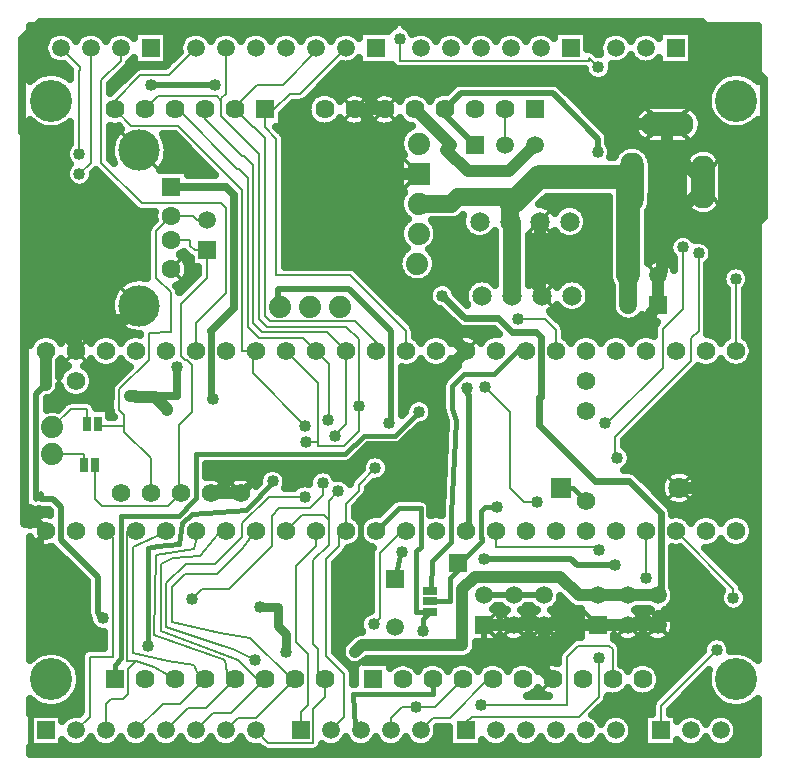
<source format=gbl>
G04 DipTrace 3.3.1.3*
G04 T4LSSArduinoShield.gbl*
%MOIN*%
G04 #@! TF.FileFunction,Copper,L2,Bot*
G04 #@! TF.Part,Single*
G04 #@! TA.AperFunction,Conductor*
%ADD13C,0.02*%
%ADD14C,0.015*%
G04 #@! TA.AperFunction,ViaPad*
%ADD15C,0.04*%
G04 #@! TA.AperFunction,CopperBalancing*
%ADD17C,0.025*%
G04 #@! TA.AperFunction,Conductor*
%ADD18C,0.022*%
%ADD20C,0.03*%
%ADD21C,0.008*%
%ADD22C,0.06*%
%ADD24C,0.059055*%
%ADD25C,0.08*%
G04 #@! TA.AperFunction,CopperBalancing*
%ADD26C,0.013*%
G04 #@! TA.AperFunction,ComponentPad*
%ADD28R,0.059055X0.059055*%
%ADD29C,0.059055*%
%ADD30R,0.062992X0.062992*%
%ADD31C,0.062992*%
%ADD32C,0.137795*%
%ADD33R,0.06378X0.06378*%
%ADD34C,0.06378*%
%ADD35C,0.074*%
%ADD39R,0.025X0.05*%
G04 #@! TA.AperFunction,ComponentPad*
%ADD42C,0.06194*%
%ADD43C,0.074*%
%ADD44R,0.05X0.025*%
G04 #@! TA.AperFunction,ComponentPad*
%ADD47C,0.065199*%
%ADD48R,0.074X0.074*%
%ADD51C,0.070866*%
%ADD52R,0.070866X0.070866*%
%ADD53O,0.07874X0.19685*%
%ADD54O,0.07874X0.177165*%
%ADD55O,0.177165X0.07874*%
G04 #@! TA.AperFunction,ViaPad*
%ADD59C,0.05*%
%ADD60C,0.14*%
%FSLAX26Y26*%
G04*
G70*
G90*
G75*
G01*
G04 Bottom*
%LPD*%
X2333700Y2447700D2*
D13*
Y2491700D1*
X2182720Y2642680D1*
X1876539D1*
X1822834Y2588976D1*
X2391700Y1068700D2*
X2263700D1*
X2242700Y1089700D1*
X1952700D1*
X1056834Y2668869D2*
X845700D1*
Y2668700D1*
X1893700Y1183700D2*
X1904700D1*
Y1637700D1*
X1897700Y1644700D1*
Y1661700D1*
X1822834Y2588976D2*
Y2568696D1*
X1922830Y2468700D1*
X1953700Y968700D2*
X2053700D1*
X2153700D1*
X1722834Y2588976D2*
D15*
X1843010Y2468800D1*
X1828805Y2454595D1*
X1899700Y2383700D1*
X2037830D1*
X2122830Y2468700D1*
X898700Y1587700D2*
Y1589700D1*
X857700Y1630700D1*
X792672D1*
X790672Y1632700D1*
X774700D1*
X493700Y1671188D2*
Y1783700D1*
X2333700Y968700D2*
X2433700D1*
X2533700D1*
X931700Y1728700D2*
D17*
Y1633700D1*
X860700D1*
X857700Y1630700D1*
X2333700Y968700D2*
D15*
X2269700D1*
X2206700Y1031700D1*
X1924700D1*
X1881700Y988700D1*
Y802700D1*
X1546700D1*
X1525700Y781700D1*
X1295700D2*
D20*
Y840700D1*
X1268700Y867700D1*
Y931102D1*
X1206700D1*
X493700Y1671188D2*
D13*
X490188D1*
X460700Y1641700D1*
Y1289700D1*
X476700Y1305700D1*
Y1290700D1*
X518700D1*
X544700Y1264700D1*
Y1152700D1*
X666700Y1030700D1*
Y909700D1*
X682700Y893700D1*
X2533700Y968700D2*
D18*
X2543700D1*
Y1244700D1*
X2438700Y1349700D1*
X2324700D1*
X2137700Y1536700D1*
Y1630700D1*
X2143700D1*
Y1830700D1*
X2127700Y1846700D1*
X2048700D1*
X2001700Y1893700D1*
X1889700D1*
X1815700Y1967700D1*
X922834Y688976D2*
D21*
X853700Y729700D1*
X793700Y750869D1*
X766724Y723893D1*
Y640228D1*
X750724Y624228D1*
X709700D1*
X693700Y608228D1*
Y518700D1*
X793700Y750869D2*
X765700D1*
Y1183700D1*
X793700D1*
Y518700D2*
X883228Y608228D1*
X942086D1*
X1022834Y688976D1*
X1007754D1*
X986700Y736700D1*
X900700Y748700D1*
X784700Y778477D1*
Y1129014D1*
X895329Y1180899D1*
X893700Y1183700D1*
Y518700D2*
X967228Y592228D1*
X1026086D1*
X1122834Y688976D1*
X1102100D1*
X1089340Y752200D1*
X855629Y835749D1*
X860700Y1102700D1*
X988137Y1123472D1*
X1001142Y1172406D1*
X993700Y1183700D1*
Y518700D2*
X1051228Y576228D1*
X1110086D1*
X1222834Y688976D1*
X1198424D1*
X1134700Y752700D1*
X1079700Y773700D1*
X877700Y850700D1*
Y1073684D1*
X917355Y1092529D1*
X1009078Y1101612D1*
X1083700Y1193700D1*
X1093700Y1183700D1*
Y518700D2*
X1135228Y560228D1*
X1194086D1*
X1322834Y688976D1*
X1314424D1*
X1175700Y827700D1*
X1073700Y844700D1*
X913700Y880700D1*
Y996700D1*
X957700Y1040700D1*
X1064700D1*
X1147700Y1123700D1*
X1193700Y1185700D1*
Y1183700D1*
X1893700Y518700D2*
X1894700Y517700D1*
Y545700D1*
X1913700Y564700D1*
X2269700D1*
X2336700Y631700D1*
Y761700D1*
Y1121700D2*
Y1129700D1*
X1993700D1*
Y1183700D1*
X2793700Y2023767D2*
Y1783700D1*
X2068700Y1890700D2*
X2156700D1*
X2193700Y1853700D1*
Y1783700D1*
X515700Y1438700D2*
X620700D1*
Y1403700D1*
X515700Y1528700D2*
X576700Y1589700D1*
X630700D1*
Y1541700D1*
X722834Y688976D2*
D14*
Y735834D1*
X745700Y758700D1*
Y1232700D1*
X937700D1*
X961700Y1256700D1*
Y1259700D1*
X994700Y1292700D1*
Y1439700D1*
X1490700D1*
X1552700Y1501700D1*
X1657700D1*
X1736700Y1580700D1*
X693700Y1183700D2*
D21*
X716700Y1160700D1*
Y764700D1*
X640137D1*
Y565137D1*
X593700Y518700D1*
X1249700Y1348700D2*
D14*
X1255700D1*
X1159700Y1252700D1*
X981494Y1241494D1*
X948700Y1208700D1*
X936718Y1139847D1*
X863718Y1132847D1*
X833700Y1127700D1*
Y800700D1*
X1782834Y688976D2*
Y639545D1*
X1519199D1*
X1524700Y529700D1*
X1543700Y510700D1*
Y518700D1*
X1593700Y1184700D2*
Y1183700D1*
X1775700Y913700D2*
X1727700D1*
Y1115700D1*
X1742700Y1130700D1*
Y1259700D1*
X1669700D1*
X1593700Y1183700D1*
X1751700Y851700D2*
Y889700D1*
X1775700Y913700D1*
X1643700Y518700D2*
D21*
Y560228D1*
X1681172Y597700D1*
X1727700D1*
X1586700Y872700D2*
X1607700Y893700D1*
Y1111700D1*
X1679700Y1183700D1*
X1693700D1*
X1727700Y597700D2*
X1791558D1*
X1882834Y688976D1*
X1982834D2*
X1967976D1*
X1839228Y560228D1*
X1785228D1*
X1743700Y518700D1*
X2129700Y1279700D2*
X2088700D1*
X2041700Y1326700D1*
Y1581700D1*
X1958700Y1664700D1*
X1222834Y2588976D2*
X1223700D1*
Y2528700D1*
X1260700Y2491700D1*
Y2035700D1*
X1507700D1*
X1693700Y1849700D1*
Y1783700D1*
X1222834Y2588976D2*
X1254976D1*
X1306700Y2640700D1*
X1340700D1*
X1493700Y2793700D1*
X1593700Y1783700D2*
Y1813700D1*
X1524700Y1882700D1*
X1241672D1*
X1223700Y1900672D1*
Y2493700D1*
X1188314Y2529086D1*
X1182724D1*
X1122834Y2588976D1*
Y2595834D1*
X1198700Y2671700D1*
X1282700D1*
X1394700Y2783700D1*
Y2792700D1*
X1393700Y2793700D1*
X1022834Y2588976D2*
Y2558566D1*
X1146149Y2435251D1*
X1152672D1*
X1184700Y2403224D1*
Y1875700D1*
X1214700Y1845700D1*
X1431700D1*
X1493700Y1783700D1*
Y1539700D1*
X1455700Y1501700D1*
X1456700D1*
X922834Y2588976D2*
X933424D1*
X1131409Y2390991D1*
X1136672D1*
X1167700Y2359964D1*
Y1863700D1*
X1203700Y1827700D1*
X1349700D1*
X1393700Y1783700D1*
X1436700Y1740700D1*
Y1554700D1*
X1434700D1*
X822834Y2588976D2*
X866728Y2632869D1*
X1062944D1*
X1078944Y2616869D1*
Y2565952D1*
X1203700Y2441196D1*
Y1890700D1*
X1229700Y1864700D1*
X1495700D1*
X1536700Y1823700D1*
Y1600700D1*
X2617700Y2128700D2*
Y1923700D1*
X2549700Y1855700D1*
Y1727700D1*
X2364700Y1542700D1*
X2357700D1*
X1078944Y2616869D2*
Y2625491D1*
X1093700Y2640247D1*
Y2793700D1*
X1536700Y1600700D2*
Y1515700D1*
X1488700Y1467700D1*
X1401700D1*
Y1479700D1*
Y1675700D1*
X1293700Y1783700D1*
X1401700Y1479700D2*
X1361700D1*
X1356700Y1297700D2*
X1236700D1*
X1148567Y1209567D1*
Y1164567D1*
X1057700Y1073700D1*
X959700D1*
X895700Y1009700D1*
Y864700D1*
X1085700Y801700D1*
X1118700Y791700D1*
X1190700Y754700D1*
X1942700Y603700D2*
X2230700D1*
Y762700D1*
X2268700Y800700D1*
X2371700D1*
X2382700Y789700D1*
Y689109D1*
X2382834Y688976D1*
X993700Y2793700D2*
X902869Y2702869D1*
X808869D1*
X722834Y2616834D1*
Y2588976D1*
X776550Y2535259D1*
X935141D1*
X1068700Y2401700D1*
X1066468D1*
X1147700Y2320468D1*
Y1783700D1*
X1193700D1*
X1358700Y1534700D2*
X1183700Y1709700D1*
Y1773700D1*
X1193700Y1783700D1*
X2669700Y2108700D2*
Y1851700D1*
X2644700Y1826700D1*
Y1751700D1*
X2390700Y1497700D1*
Y1423700D1*
X2395700D1*
X2398700Y1426700D1*
X743700Y2793700D2*
Y2751247D1*
X678944Y2686491D1*
Y2410456D1*
X812834Y2276566D1*
X1077228D1*
X1093228Y2260566D1*
Y1978078D1*
X993700Y1878550D1*
Y1783700D1*
X605700Y2373700D2*
X643700Y2411700D1*
Y2793700D1*
X1672700Y2824700D2*
Y2751700D1*
X2304313D1*
Y2760087D1*
X2335700Y2728700D1*
X604700Y2440700D2*
Y2718700D1*
X607700Y2721700D1*
Y2729700D1*
X543700Y2793700D1*
X2495700Y1026700D2*
X2493700Y1028700D1*
Y1183700D1*
X2729700Y786700D2*
X2543700Y600700D1*
Y518700D1*
X2785590Y960665D2*
Y991810D1*
X2593700Y1183700D1*
X2093700Y1783700D2*
D14*
X2065700D1*
X1987700Y1705700D1*
X1886700D1*
X1848700Y1667700D1*
Y1589334D1*
X1861906Y1555243D1*
X1845700Y1241243D1*
Y1146700D1*
X1781700Y1082700D1*
X1777700Y983700D1*
X1775700D1*
X1293700Y1183700D2*
D21*
X1346672Y1236672D1*
X1420670D1*
X1436670Y1220672D1*
Y1138670D1*
X1385700Y1087700D1*
Y805700D1*
X1399700Y791700D1*
Y688976D1*
X1422834D1*
X1436670Y1220672D2*
Y1283670D1*
X1468700Y1315700D1*
X1422834Y688976D2*
Y629086D1*
X1385228Y591480D1*
Y477172D1*
X1235228D1*
X1193700Y518700D1*
X1393700Y1183700D2*
Y1132700D1*
X1327700Y1066700D1*
Y813700D1*
X1368672Y772728D1*
Y604716D1*
X1343700Y579743D1*
Y518700D1*
X1591700Y1393700D2*
X1536672Y1338672D1*
Y1318293D1*
X1493700Y1275321D1*
Y1183700D1*
X1470700D1*
Y1132700D1*
X1428700Y1090700D1*
Y766700D1*
X1487700Y707700D1*
Y562700D1*
X1443700Y518700D1*
X1953700Y868700D2*
D15*
X2053700D1*
X2153700D1*
Y718109D1*
X2182834Y688976D1*
X2153700Y868700D2*
X2333700D1*
X2433700D1*
X2533700D1*
X2535700Y2035700D2*
Y1935700D1*
X2139700Y2214700D2*
Y2091453D1*
Y1975700D1*
X2147700Y1967700D1*
X2139700Y2091453D2*
X2306700D1*
Y2058700D1*
X2344700Y2020700D1*
Y1869700D1*
X2511700D1*
Y1911700D1*
X2535700Y1935700D1*
X1522834Y2588976D2*
X1578968D1*
X1622834D1*
X1522834D2*
X1565700D1*
Y2395659D1*
X1543700D1*
Y2082700D1*
X1773700Y1852700D1*
X1824700D1*
X1893700Y1783700D1*
X1736700Y2374700D2*
X1533700D1*
Y2405659D1*
X1543700Y2395659D1*
X593700Y1783700D2*
Y1831700D1*
X647700Y1885700D1*
X755716D1*
X805054Y1935039D1*
X1043700Y1308700D2*
X1143700D1*
X1337700Y2405700D2*
X1555659D1*
X1565700Y2395659D1*
X593700Y1783700D2*
D20*
Y1813700D1*
X539700Y1867700D1*
X421700D1*
Y1208700D1*
X468700D1*
X493700Y1183700D1*
X421700Y1867700D2*
D17*
Y2512112D1*
X415850D1*
Y2822850D1*
X474700Y2881700D1*
X2681700D1*
X2865700Y2697700D1*
Y2711700D1*
X2888700Y2688700D1*
Y2230033D1*
X2857700Y2199033D1*
D15*
Y1327700D1*
Y941700D1*
X2814700Y898700D1*
X2592700D1*
X2533700D1*
Y868700D1*
X493700Y1183700D2*
D13*
X478700D1*
Y1103700D1*
X609700Y972700D1*
Y578392D1*
X443700D1*
Y444700D1*
X2426700D1*
X2461700Y479700D1*
Y565700D1*
X2513700Y617700D1*
Y621700D1*
X2592700Y700700D1*
Y898700D1*
X1780165Y1376700D2*
D17*
X1755700D1*
X1713281Y1419119D1*
X1688700Y1443700D1*
X1622700D1*
X1612700Y1453700D1*
X1584700D1*
X1526700Y1395700D1*
X1200700D1*
X1182700Y1377700D1*
Y1347700D1*
X1143700Y1308700D1*
X1953700Y868700D2*
D13*
Y755700D1*
X1557700D1*
X1516207Y726193D1*
X1458700Y783700D1*
Y1021700D1*
X1543700Y1106700D1*
Y1240700D1*
X1638700Y1335700D1*
Y1344537D1*
X1713281Y1419119D1*
X2603700Y1327700D2*
D15*
X2857700D1*
X2565810Y2539613D2*
Y2464810D1*
X2683920Y2346700D1*
Y2326920D1*
X2548700Y2191700D1*
Y2048700D1*
X2535700Y2035700D1*
X1578968Y2588976D2*
Y2688968D1*
X1605700Y2715700D1*
X2224700D1*
X2399700Y2540700D1*
X2564724D1*
X2565810Y2539613D1*
X1893700Y1783700D2*
Y1782700D1*
X1757200Y1646200D1*
X1792700Y1610700D1*
Y1389235D1*
X1780165Y1376700D1*
X2022830Y2468700D2*
D21*
Y2525090D1*
X2022834Y2525094D1*
Y2588976D1*
X1680700Y1113700D2*
D14*
X1674700Y1104165D1*
X1658700Y1022440D1*
X2210787Y1327700D2*
X2249700D1*
X2293700Y1283700D1*
X1416700Y1343700D2*
D21*
Y1302700D1*
X1372700Y1258700D1*
X1271700D1*
X1247700Y1234700D1*
Y1132700D1*
X1105700Y990700D1*
X1014700D1*
X980700Y956700D1*
X1775700Y948700D2*
D14*
X1841700D1*
Y1026700D1*
X1863700Y1048700D1*
Y1071700D1*
X1867700Y1075700D1*
X1873700D1*
X1946700Y1148700D1*
Y1161700D1*
X1944700Y1159700D1*
Y1249700D1*
X1957700Y1262700D1*
X1997700D1*
X911747Y2154330D2*
D21*
X975243D1*
Y2134700D1*
X991243Y2118700D1*
X1031700D1*
X943700Y1308700D2*
X900700Y1265700D1*
X682165D1*
X656133Y1291731D1*
Y1403700D1*
X1031700Y2118700D2*
Y2028409D1*
X943700Y1940409D1*
Y1767700D1*
X957700Y1753700D1*
X962700D1*
X980700Y1735700D1*
Y1579700D1*
X937700Y1536700D1*
Y1308700D1*
X943700D1*
X1031700Y2218700D2*
X998428D1*
X984058Y2233070D1*
X911747D1*
X861700Y2183023D1*
Y2026700D1*
X909700Y1978700D1*
Y1847700D1*
X837172Y1842733D1*
Y1754172D1*
X738672Y1655672D1*
Y1586700D1*
X754700Y1570672D1*
Y1534700D1*
Y1514700D1*
X843700Y1425700D1*
Y1308700D1*
X754700Y1534700D2*
X666133D1*
Y1541700D1*
X2435700Y2035700D2*
D24*
Y1935700D1*
X2039700Y2214700D2*
D22*
X2047700D1*
Y1967700D1*
X1736700Y2274700D2*
X1845700D1*
X1867700Y2296700D1*
X2039700D1*
Y2284625D1*
Y2214700D1*
X2447700Y2346700D2*
D25*
X2435700D1*
Y2035700D1*
X2039700Y2284625D2*
X2057625D1*
X2136700Y2363700D1*
X2430700D1*
X2447700Y2346700D1*
X1636672Y1542523D2*
D13*
X1644700D1*
Y1850700D1*
X1503700Y1991700D1*
X1268700D1*
Y1935700D1*
X1272700Y1931700D1*
X1050672Y1622511D2*
D17*
X1043700D1*
D18*
Y1848700D1*
D17*
X1121700Y1926700D1*
Y2303023D1*
X1093228Y2331495D1*
X911747D1*
D15*
X931700Y1728700D3*
X1525700Y781700D3*
X1295700D3*
X1206700Y931102D3*
X1815700Y1967700D3*
X1736700Y1580700D3*
X1249700Y1348700D3*
X833700Y800700D3*
X1751700Y851700D3*
X2129700Y1279700D3*
X1958700Y1664700D3*
X1190700Y754700D3*
X1942700Y603700D3*
X1358700Y1534700D3*
X2669700Y2108700D3*
X2398700Y1426700D3*
X1672700Y2824700D3*
X2335700Y2728700D3*
X604700Y2440700D3*
D59*
X1337700Y2405700D3*
D15*
X1780165Y1376700D3*
D3*
X1680700Y1113700D3*
X1416700Y1343700D3*
X980700Y956700D3*
X1997700Y1262700D3*
D60*
X2795275Y688976D3*
X511810D3*
Y2618109D3*
X2795275D3*
D15*
X845700Y2668700D3*
X1056834Y2668869D3*
X1897700Y1661700D3*
X2391700Y1068700D3*
X1952700Y1089700D3*
X2333700Y2447700D3*
X774700Y1632700D3*
X493700Y1671188D3*
X682700Y893700D3*
X898700Y1587700D3*
X2336700Y761700D3*
Y1121700D3*
X2068700Y1890700D3*
X1586700Y872700D3*
X1727700Y597700D3*
X1456700Y1501700D3*
X1434700Y1554700D3*
X2357700Y1542700D3*
X2617700Y2128700D3*
X1536700Y1600700D3*
X605700Y2373700D3*
X1468700Y1315700D3*
X1591700Y1393700D3*
X1636672Y1542523D3*
X1050672Y1622511D3*
X2793700Y2023767D3*
X1361700Y1479700D3*
X1356700Y1297700D3*
X2495700Y1026700D3*
X2729700Y786700D3*
X2785590Y960665D3*
X443718Y2841016D2*
D17*
X513106D1*
X574300D2*
X613115D1*
X674310D2*
X713124D1*
X901241D2*
X963094D1*
X1024288D2*
X1063103D1*
X1124297D2*
X1163112D1*
X1224307D2*
X1263121D1*
X1324280D2*
X1363095D1*
X1424289D2*
X1463104D1*
X1774304D2*
X1813118D1*
X1874277D2*
X1913092D1*
X1974286D2*
X2013101D1*
X2074295D2*
X2113110D1*
X2301227D2*
X2363115D1*
X2424310D2*
X2463124D1*
X2651241D2*
X2863377D1*
X443718Y2816148D2*
X490965D1*
X901241D2*
X940953D1*
X2301227D2*
X2340975D1*
X2651241D2*
X2863377D1*
X443718Y2791279D2*
X486229D1*
X901241D2*
X936216D1*
X2301227D2*
X2336238D1*
X2651241D2*
X2863377D1*
X443718Y2766410D2*
X493405D1*
X901241D2*
X922186D1*
X2651241D2*
X2863377D1*
X443718Y2741541D2*
X523656D1*
X1513748D2*
X1536164D1*
X2413724D2*
X2473674D1*
X2513733D2*
X2536185D1*
X2651241D2*
X2863377D1*
X443718Y2716672D2*
X572709D1*
X753327D2*
X778469D1*
X1460891D2*
X2289301D1*
X2382074D2*
X2863377D1*
X728459Y2691804D2*
X753602D1*
X1436023D2*
X2306562D1*
X2364814D2*
X2732040D1*
X710947Y2666935D2*
X728698D1*
X1411156D2*
X1848105D1*
X2211158D2*
X2710689D1*
X1447112Y2642066D2*
X1498557D1*
X1547121D2*
X1598531D1*
X1647130D2*
X1698540D1*
X1747139D2*
X1798549D1*
X2236025D2*
X2700319D1*
X2260893Y2617197D2*
X2697269D1*
X1302534Y2592329D2*
X1363059D1*
X2285761D2*
X2476294D1*
X2655332D2*
X2700821D1*
X1282726Y2567460D2*
X1367114D1*
X2310629D2*
X2455517D1*
X2676109D2*
X2711802D1*
X1282726Y2542591D2*
X1386527D1*
X1459133D2*
X1486536D1*
X1559142D2*
X1586545D1*
X1659115D2*
X1686555D1*
X2335496D2*
X2449309D1*
X2682317D2*
X2734301D1*
X443718Y2517722D2*
X572709D1*
X710947D2*
X734440D1*
X1278886D2*
X1688851D1*
X2360400D2*
X2453041D1*
X2678585D2*
X2863377D1*
X443718Y2492854D2*
X572709D1*
X892809D2*
X933310D1*
X1292666D2*
X1674390D1*
X2371668D2*
X2469153D1*
X2662473D2*
X2863377D1*
X443718Y2467985D2*
X565784D1*
X900667D2*
X958213D1*
X1292702D2*
X1672057D1*
X2376943D2*
X2426881D1*
X2468519D2*
X2863377D1*
X443718Y2443116D2*
X556777D1*
X901493D2*
X983081D1*
X1292702D2*
X1680275D1*
X2503219D2*
X2636911D1*
X2730904D2*
X2863377D1*
X443718Y2418247D2*
X562626D1*
X895572D2*
X1007949D1*
X1292702D2*
X1671699D1*
X2513841D2*
X2620512D1*
X2747339D2*
X2863377D1*
X443718Y2393378D2*
X562160D1*
X881254D2*
X1032817D1*
X1292702D2*
X1671699D1*
X2515061D2*
X2616565D1*
X2751286D2*
X2863377D1*
X443718Y2368510D2*
X557997D1*
X653389D2*
X676666D1*
X1292702D2*
X1671699D1*
X2515061D2*
X2616565D1*
X2751286D2*
X2863377D1*
X443718Y2343641D2*
X569049D1*
X642373D2*
X701534D1*
X1292702D2*
X1671699D1*
X2515635D2*
X2616565D1*
X2751286D2*
X2863377D1*
X443718Y2318772D2*
X726401D1*
X1292702D2*
X1671699D1*
X2515061D2*
X2616565D1*
X2751286D2*
X2863377D1*
X443718Y2293903D2*
X751269D1*
X1292702D2*
X1674713D1*
X2162032D2*
X2367708D1*
X2515061D2*
X2616637D1*
X2751179D2*
X2863377D1*
X443718Y2269035D2*
X776137D1*
X1292702D2*
X1671950D1*
X2162786D2*
X2216636D1*
X2262759D2*
X2367708D1*
X2512334D2*
X2623132D1*
X2744720D2*
X2863377D1*
X443718Y2244166D2*
X853324D1*
X1292702D2*
X1679665D1*
X2292256D2*
X2367708D1*
X2503686D2*
X2644483D1*
X2723369D2*
X2863377D1*
X443718Y2219297D2*
X853754D1*
X1292702D2*
X1690430D1*
X1851490D2*
X1879289D1*
X2300115D2*
X2367708D1*
X2503686D2*
X2863377D1*
X443718Y2194428D2*
X832009D1*
X1292702D2*
X1674892D1*
X1798490D2*
X1882769D1*
X2296634D2*
X2367708D1*
X2503686D2*
X2863377D1*
X443718Y2169560D2*
X829712D1*
X1292702D2*
X1671914D1*
X1801504D2*
X1900640D1*
X2178790D2*
X2200631D1*
X2278763D2*
X2367708D1*
X2503686D2*
X2595178D1*
X2640225D2*
X2863377D1*
X443718Y2144691D2*
X829712D1*
X1292702D2*
X1679378D1*
X1794040D2*
X1989704D1*
X2105694D2*
X2367708D1*
X2503686D2*
X2572607D1*
X2700044D2*
X2863377D1*
X443718Y2119822D2*
X829712D1*
X1292702D2*
X1685945D1*
X1777461D2*
X1989704D1*
X2105694D2*
X2367708D1*
X2503686D2*
X2570562D1*
X2716335D2*
X2863377D1*
X443718Y2094953D2*
X829712D1*
X955749D2*
X971239D1*
X1292702D2*
X1670084D1*
X1793322D2*
X1989704D1*
X2105694D2*
X2367708D1*
X2503686D2*
X2584664D1*
X2715582D2*
X2863377D1*
X443718Y2070085D2*
X829712D1*
X1292702D2*
X1666854D1*
X1796516D2*
X1989704D1*
X2105694D2*
X2367708D1*
X2701694D2*
X2863377D1*
X443718Y2045216D2*
X829712D1*
X970247D2*
X999695D1*
X1542420D2*
X1674103D1*
X1789303D2*
X1989704D1*
X2105694D2*
X2367708D1*
X2701694D2*
X2751059D1*
X2836332D2*
X2863377D1*
X443718Y2020347D2*
X762142D1*
X958800D2*
X979421D1*
X1567288D2*
X1698361D1*
X1765045D2*
X1920627D1*
X1974789D2*
X1989704D1*
X2105694D2*
X2120610D1*
X2174771D2*
X2220619D1*
X2274780D2*
X2369538D1*
X2701694D2*
X2745820D1*
X2841571D2*
X2863377D1*
X443718Y1995478D2*
X730026D1*
X936480D2*
X954553D1*
X1592155D2*
X1777162D1*
X1854254D2*
X1894181D1*
X2301227D2*
X2378186D1*
X2701694D2*
X2755580D1*
X2831846D2*
X2863377D1*
X443718Y1970609D2*
X715098D1*
X1617023D2*
X1767796D1*
X1866921D2*
X1887183D1*
X2308224D2*
X2378186D1*
X2701694D2*
X2761717D1*
X2825710D2*
X2863377D1*
X443718Y1945741D2*
X708782D1*
X1641891D2*
X1773358D1*
X2303990D2*
X2378186D1*
X2701694D2*
X2761717D1*
X2825710D2*
X2863377D1*
X443718Y1920872D2*
X709213D1*
X1666759D2*
X1808417D1*
X2184603D2*
X2210823D1*
X2284577D2*
X2380196D1*
X2701694D2*
X2761717D1*
X2825710D2*
X2863377D1*
X443718Y1896003D2*
X716605D1*
X1691626D2*
X1833285D1*
X2195620D2*
X2395088D1*
X2701694D2*
X2761717D1*
X2825710D2*
X2863377D1*
X443718Y1871134D2*
X733076D1*
X1716494D2*
X1858153D1*
X2219985D2*
X2522046D1*
X2701694D2*
X2761717D1*
X2825710D2*
X2863377D1*
X443718Y1846266D2*
X770467D1*
X1725716D2*
X1995015D1*
X2225691D2*
X2517704D1*
X2701192D2*
X2761717D1*
X2825710D2*
X2863377D1*
X2838234Y1821397D2*
X2863377D1*
X2838951Y1746791D2*
X2863377D1*
X637780Y1721922D2*
X760707D1*
X1682691D2*
X1853739D1*
X2659136D2*
X2863377D1*
X651057Y1697053D2*
X735839D1*
X1682691D2*
X1828871D1*
X2634268D2*
X2863377D1*
X651487Y1672184D2*
X711725D1*
X1682691D2*
X1813513D1*
X2609400D2*
X2863377D1*
X534936Y1647315D2*
X548021D1*
X639394D2*
X706665D1*
X1682691D2*
X1813190D1*
X2584533D2*
X2863377D1*
X498693Y1622447D2*
X706665D1*
X1682691D2*
X1716087D1*
X1757294D2*
X1813190D1*
X2559665D2*
X2863377D1*
X498693Y1597578D2*
X540342D1*
X661643D2*
X706665D1*
X1781445D2*
X1813190D1*
X2534797D2*
X2863377D1*
X1783992Y1572709D2*
X1817245D1*
X2509929D2*
X2863377D1*
X1770679Y1547840D2*
X1825965D1*
X2485062D2*
X2863377D1*
X1728157Y1522972D2*
X1824709D1*
X2460194D2*
X2863377D1*
X1703289Y1498103D2*
X1823417D1*
X2435326D2*
X2863377D1*
X1676878Y1473234D2*
X1822125D1*
X2422695D2*
X2863377D1*
X1548520Y1448365D2*
X1820833D1*
X2441211D2*
X2863377D1*
X1523653Y1423497D2*
X1554824D1*
X1628578D2*
X1819577D1*
X2446594D2*
X2863377D1*
X1030209Y1398628D2*
X1543951D1*
X1639415D2*
X1818285D1*
X2437013D2*
X2863377D1*
X1030209Y1373759D2*
X1209223D1*
X1290190D2*
X1380032D1*
X1453355D2*
X1527552D1*
X1635109D2*
X1816994D1*
X2468770D2*
X2561303D1*
X2646110D2*
X2863377D1*
X1085865Y1348890D2*
X1101535D1*
X1185875D2*
X1201688D1*
X1297690D2*
X1368980D1*
X1602095D2*
X1815702D1*
X2493638D2*
X2544079D1*
X2663334D2*
X2863377D1*
X1568687Y1324022D2*
X1814446D1*
X2518506D2*
X2540383D1*
X2667030D2*
X2863377D1*
X1561618Y1299153D2*
X1813154D1*
X2660033D2*
X2863377D1*
X1536894Y1274284D2*
X1635133D1*
X1774806D2*
X1811862D1*
X2635524D2*
X2863377D1*
X443718Y1249415D2*
X506683D1*
X1525698D2*
X1610229D1*
X1778215D2*
X1810570D1*
X2582380D2*
X2863377D1*
X1535207Y1224546D2*
X1552204D1*
X2635201D2*
X2652198D1*
X2735210D2*
X2752207D1*
X2835184D2*
X2863377D1*
X2850363Y1199678D2*
X2863377D1*
X2841463Y1149940D2*
X2863377D1*
X443718Y1125071D2*
X519637D1*
X1501691D2*
X1578902D1*
X2582703D2*
X2608096D1*
X2696563D2*
X2863377D1*
X443718Y1100203D2*
X544505D1*
X1482422D2*
X1575708D1*
X2582703D2*
X2632964D1*
X2721431D2*
X2863377D1*
X443718Y1075334D2*
X569372D1*
X1460712D2*
X1575708D1*
X2582703D2*
X2657832D1*
X2746299D2*
X2863377D1*
X443718Y1050465D2*
X594240D1*
X1460712D2*
X1575708D1*
X2582703D2*
X2682700D1*
X2771166D2*
X2863377D1*
X443718Y1025596D2*
X619108D1*
X1460712D2*
X1575708D1*
X2582703D2*
X2707567D1*
X2796034D2*
X2863377D1*
X443718Y1000728D2*
X628689D1*
X1460712D2*
X1575708D1*
X2582703D2*
X2732435D1*
X2816201D2*
X2863377D1*
X443718Y975859D2*
X628689D1*
X1460712D2*
X1575708D1*
X2590776D2*
X2740186D1*
X2830985D2*
X2863377D1*
X443718Y950990D2*
X628689D1*
X1460712D2*
X1575708D1*
X2588300D2*
X2738643D1*
X2832564D2*
X2863377D1*
X443718Y926121D2*
X628689D1*
X1460712D2*
X1575708D1*
X1991044D2*
X2016330D1*
X2091053D2*
X2116340D1*
X2191063D2*
X2251156D1*
X2571040D2*
X2753463D1*
X2817708D2*
X2863377D1*
X443718Y901252D2*
X629729D1*
X1460712D2*
X1548759D1*
X2200572D2*
X2276168D1*
X2580549D2*
X2863377D1*
X443718Y876384D2*
X638126D1*
X1460712D2*
X1538855D1*
X2210691D2*
X2276168D1*
X2590705D2*
X2863377D1*
X443718Y851515D2*
X663138D1*
X1460712D2*
X1543915D1*
X2208466D2*
X2276168D1*
X2588480D2*
X2863377D1*
X443718Y826646D2*
X684704D1*
X1460712D2*
X1503796D1*
X2091699D2*
X2115694D1*
X2191673D2*
X2252161D1*
X2471677D2*
X2495707D1*
X2571686D2*
X2705414D1*
X2753978D2*
X2863377D1*
X443718Y801777D2*
X684704D1*
X1460712D2*
X1482374D1*
X1929682D2*
X2225571D1*
X2412109D2*
X2684279D1*
X2775114D2*
X2863377D1*
X443718Y776909D2*
X472054D1*
X551550D2*
X610783D1*
X1462721D2*
X1477960D1*
X1921680D2*
X2202354D1*
X2414693D2*
X2675702D1*
X2835040D2*
X2863377D1*
X586035Y752040D2*
X608127D1*
X1562874D2*
X2198694D1*
X2414693D2*
X2650834D1*
X2528159Y727171D2*
X2625967D1*
X2541149Y702302D2*
X2601099D1*
X2541543Y677434D2*
X2576231D1*
X2664662D2*
X2697986D1*
X2529702Y652565D2*
X2551328D1*
X2639794D2*
X2704481D1*
X587542Y627696D2*
X608127D1*
X2368438D2*
X2526460D1*
X2614927D2*
X2719517D1*
X443718Y602827D2*
X468107D1*
X555533D2*
X608127D1*
X2352039D2*
X2511783D1*
X2590059D2*
X2751561D1*
X2838987D2*
X2863377D1*
X443718Y577959D2*
X608127D1*
X2327171D2*
X2511712D1*
X2575705D2*
X2863377D1*
X2439166Y553090D2*
X2486162D1*
X2789144D2*
X2863377D1*
X1800391Y528221D2*
X1836156D1*
X2450398D2*
X2486162D1*
X2800412D2*
X2863377D1*
X1799028Y503352D2*
X1836156D1*
X2449034D2*
X2486162D1*
X2799048D2*
X2863377D1*
X633761Y478483D2*
X653628D1*
X733770D2*
X753638D1*
X833743D2*
X853647D1*
X933752D2*
X953656D1*
X1033762D2*
X1053629D1*
X1133771D2*
X1153639D1*
X1483749D2*
X1503653D1*
X1583759D2*
X1603626D1*
X1683768D2*
X1703636D1*
X1783741D2*
X1836156D1*
X2033746D2*
X2053650D1*
X2133755D2*
X2153659D1*
X2233765D2*
X2253632D1*
X2333774D2*
X2353642D1*
X2433747D2*
X2486162D1*
X2683752D2*
X2703656D1*
X2783762D2*
X2863377D1*
X443718Y453615D2*
X1214965D1*
X1405486D2*
X2863377D1*
X1547859Y2848728D2*
X1634089D1*
X1638102Y2854250D1*
X1643150Y2859298D1*
X1648926Y2863495D1*
X1653450Y2865889D1*
X441179Y2865885D1*
X441201Y2682432D1*
X449788Y2690728D1*
X455677Y2695371D1*
X461912Y2699537D1*
X468454Y2703201D1*
X475264Y2706340D1*
X482299Y2708935D1*
X489516Y2710971D1*
X496871Y2712434D1*
X504317Y2713315D1*
X511810Y2713609D1*
X519303Y2713315D1*
X526750Y2712434D1*
X534104Y2710971D1*
X541321Y2708935D1*
X548357Y2706340D1*
X555166Y2703201D1*
X561709Y2699537D1*
X567944Y2695371D1*
X575188Y2689476D1*
X575200Y2718709D1*
X573849Y2721832D1*
X555706Y2739974D1*
X548017Y2738842D1*
X539383D1*
X530854Y2740193D1*
X522642Y2742861D1*
X514948Y2746781D1*
X507962Y2751857D1*
X501857Y2757962D1*
X496781Y2764948D1*
X492861Y2772642D1*
X490193Y2780854D1*
X488842Y2789383D1*
Y2798017D1*
X490193Y2806546D1*
X492861Y2814758D1*
X496781Y2822452D1*
X501857Y2829438D1*
X507962Y2835543D1*
X514948Y2840619D1*
X522642Y2844539D1*
X530854Y2847207D1*
X539383Y2848558D1*
X548017D1*
X556546Y2847207D1*
X564758Y2844539D1*
X572452Y2840619D1*
X579438Y2835543D1*
X585543Y2829438D1*
X590619Y2822452D1*
X593670Y2816643D1*
X596781Y2822452D1*
X601857Y2829438D1*
X607962Y2835543D1*
X614948Y2840619D1*
X622642Y2844539D1*
X630854Y2847207D1*
X639383Y2848558D1*
X648017D1*
X656546Y2847207D1*
X664758Y2844539D1*
X672452Y2840619D1*
X679438Y2835543D1*
X685543Y2829438D1*
X690619Y2822452D1*
X693670Y2816643D1*
X696781Y2822452D1*
X701857Y2829438D1*
X707962Y2835543D1*
X714948Y2840619D1*
X722642Y2844539D1*
X730854Y2847207D1*
X739383Y2848558D1*
X748017D1*
X756546Y2847207D1*
X764758Y2844539D1*
X772452Y2840619D1*
X779438Y2835543D1*
X785543Y2829438D1*
X788678Y2825357D1*
X788672Y2848728D1*
X898728D1*
Y2740466D1*
X939989Y2781708D1*
X938842Y2789383D1*
Y2798017D1*
X940193Y2806546D1*
X942861Y2814758D1*
X946781Y2822452D1*
X951857Y2829438D1*
X957962Y2835543D1*
X964948Y2840619D1*
X972642Y2844539D1*
X980854Y2847207D1*
X989383Y2848558D1*
X998017D1*
X1006546Y2847207D1*
X1014758Y2844539D1*
X1022452Y2840619D1*
X1029438Y2835543D1*
X1035543Y2829438D1*
X1040619Y2822452D1*
X1043670Y2816643D1*
X1046781Y2822452D1*
X1051857Y2829438D1*
X1057962Y2835543D1*
X1064948Y2840619D1*
X1072642Y2844539D1*
X1080854Y2847207D1*
X1089383Y2848558D1*
X1098017D1*
X1106546Y2847207D1*
X1114758Y2844539D1*
X1122452Y2840619D1*
X1129438Y2835543D1*
X1135543Y2829438D1*
X1140619Y2822452D1*
X1143670Y2816643D1*
X1146781Y2822452D1*
X1151857Y2829438D1*
X1157962Y2835543D1*
X1164948Y2840619D1*
X1172642Y2844539D1*
X1180854Y2847207D1*
X1189383Y2848558D1*
X1198017D1*
X1206546Y2847207D1*
X1214758Y2844539D1*
X1222452Y2840619D1*
X1229438Y2835543D1*
X1235543Y2829438D1*
X1240619Y2822452D1*
X1243670Y2816643D1*
X1246781Y2822452D1*
X1251857Y2829438D1*
X1257962Y2835543D1*
X1264948Y2840619D1*
X1272642Y2844539D1*
X1280854Y2847207D1*
X1289383Y2848558D1*
X1298017D1*
X1306546Y2847207D1*
X1314758Y2844539D1*
X1322452Y2840619D1*
X1329438Y2835543D1*
X1335543Y2829438D1*
X1340619Y2822452D1*
X1343670Y2816643D1*
X1346781Y2822452D1*
X1351857Y2829438D1*
X1357962Y2835543D1*
X1364948Y2840619D1*
X1372642Y2844539D1*
X1380854Y2847207D1*
X1389383Y2848558D1*
X1398017D1*
X1406546Y2847207D1*
X1414758Y2844539D1*
X1422452Y2840619D1*
X1429438Y2835543D1*
X1435543Y2829438D1*
X1440619Y2822452D1*
X1443670Y2816643D1*
X1446781Y2822452D1*
X1451857Y2829438D1*
X1457962Y2835543D1*
X1464948Y2840619D1*
X1472642Y2844539D1*
X1480854Y2847207D1*
X1489383Y2848558D1*
X1498017D1*
X1506546Y2847207D1*
X1514758Y2844539D1*
X1522452Y2840619D1*
X1529438Y2835543D1*
X1535543Y2829438D1*
X1538678Y2825357D1*
X1538672Y2848728D1*
X1547859D1*
X1646252Y2738672D2*
X1538672D1*
Y2761961D1*
X1532610Y2754790D1*
X1526044Y2749182D1*
X1518682Y2744670D1*
X1510704Y2741366D1*
X1502308Y2739350D1*
X1493700Y2738672D1*
X1485092Y2739350D1*
X1481731Y2740018D1*
X1359859Y2618268D1*
X1356114Y2615547D1*
X1351989Y2613445D1*
X1347587Y2612015D1*
X1343015Y2611291D1*
X1318918Y2611200D1*
X1280208Y2572489D1*
X1280224Y2531586D1*
X1262533D1*
X1283132Y2510859D1*
X1285853Y2507114D1*
X1287954Y2502989D1*
X1289385Y2498587D1*
X1290109Y2494015D1*
X1290200Y2409023D1*
Y2065216D1*
X1510015Y2065109D1*
X1514587Y2064385D1*
X1518989Y2062954D1*
X1523114Y2060853D1*
X1526859Y2058132D1*
X1587021Y1998098D1*
X1716132Y1868859D1*
X1718853Y1865114D1*
X1720954Y1860989D1*
X1722385Y1856587D1*
X1723109Y1852015D1*
X1723205Y1831848D1*
X1730374Y1826640D1*
X1736640Y1820374D1*
X1741848Y1813205D1*
X1743685Y1809926D1*
X1748015Y1816892D1*
X1753770Y1823630D1*
X1760508Y1829385D1*
X1768063Y1834015D1*
X1776250Y1837406D1*
X1784866Y1839475D1*
X1793700Y1840170D1*
X1802534Y1839475D1*
X1811150Y1837406D1*
X1819337Y1834015D1*
X1826892Y1829385D1*
X1833630Y1823630D1*
X1839385Y1816892D1*
X1843685Y1809926D1*
X1847093Y1815584D1*
X1851625Y1821363D1*
X1856868Y1826505D1*
X1862735Y1830923D1*
X1869125Y1834542D1*
X1875931Y1837301D1*
X1883037Y1839154D1*
X1890324Y1840069D1*
X1897668Y1840030D1*
X1904944Y1839039D1*
X1912031Y1837112D1*
X1918807Y1834281D1*
X1925159Y1830595D1*
X1930979Y1826116D1*
X1936168Y1820919D1*
X1940639Y1815093D1*
X1943695Y1809942D1*
X1948015Y1816892D1*
X1953770Y1823630D1*
X1960508Y1829385D1*
X1968063Y1834015D1*
X1976250Y1837406D1*
X1984866Y1839475D1*
X1993700Y1840170D1*
X2002534Y1839475D1*
X2004759Y1839032D1*
X1986580Y1857201D1*
X1886836Y1857312D1*
X1881179Y1858208D1*
X1875732Y1859978D1*
X1870629Y1862579D1*
X1865995Y1865945D1*
X1831412Y1900369D1*
X1809108Y1922673D1*
X1801640Y1924427D1*
X1795043Y1927159D1*
X1788956Y1930890D1*
X1783527Y1935527D1*
X1778890Y1940956D1*
X1775159Y1947043D1*
X1772427Y1953640D1*
X1770760Y1960582D1*
X1770200Y1967700D1*
X1770760Y1974818D1*
X1772427Y1981760D1*
X1775159Y1988357D1*
X1778890Y1994444D1*
X1783527Y1999873D1*
X1788956Y2004510D1*
X1795043Y2008241D1*
X1801640Y2010973D1*
X1808582Y2012640D1*
X1815700Y2013200D1*
X1822818Y2012640D1*
X1829760Y2010973D1*
X1836357Y2008241D1*
X1842444Y2004510D1*
X1847873Y1999873D1*
X1852510Y1994444D1*
X1856241Y1988357D1*
X1858973Y1981760D1*
X1860697Y1974333D1*
X1898981Y1936037D1*
X1895933Y1941323D1*
X1892444Y1949746D1*
X1890316Y1958611D1*
X1889600Y1967700D1*
X1890316Y1976789D1*
X1892444Y1985654D1*
X1895933Y1994077D1*
X1900696Y2001850D1*
X1906617Y2008783D1*
X1913550Y2014704D1*
X1921323Y2019467D1*
X1929746Y2022956D1*
X1938611Y2025084D1*
X1947700Y2025800D1*
X1956789Y2025084D1*
X1965654Y2022956D1*
X1974077Y2019467D1*
X1981850Y2014704D1*
X1988783Y2008783D1*
X1992199Y2005027D1*
X1992200Y2181247D1*
X1989718Y2185136D1*
X1986704Y2180550D1*
X1980783Y2173617D1*
X1973850Y2167696D1*
X1966077Y2162933D1*
X1957654Y2159444D1*
X1948789Y2157316D1*
X1939700Y2156600D1*
X1930611Y2157316D1*
X1921746Y2159444D1*
X1913323Y2162933D1*
X1905550Y2167696D1*
X1898617Y2173617D1*
X1892696Y2180550D1*
X1887933Y2188323D1*
X1884444Y2196746D1*
X1882316Y2205611D1*
X1881600Y2214700D1*
X1882316Y2223789D1*
X1884444Y2232654D1*
X1885795Y2236315D1*
X1881744Y2232497D1*
X1874699Y2227378D1*
X1866939Y2223425D1*
X1858656Y2220733D1*
X1850054Y2219371D1*
X1827327Y2219200D1*
X1780570D1*
X1784225Y2215291D1*
X1789990Y2207356D1*
X1794442Y2198618D1*
X1797473Y2189290D1*
X1799007Y2179604D1*
Y2169796D1*
X1797473Y2160110D1*
X1794442Y2150782D1*
X1789990Y2142044D1*
X1784225Y2134109D1*
X1777291Y2127175D1*
X1771540Y2122869D1*
X1775894Y2118894D1*
X1782264Y2111437D1*
X1787388Y2103074D1*
X1791141Y2094014D1*
X1793431Y2084477D1*
X1794200Y2074700D1*
X1793431Y2064923D1*
X1791141Y2055386D1*
X1787388Y2046326D1*
X1782264Y2037963D1*
X1775894Y2030506D1*
X1768437Y2024136D1*
X1760074Y2019012D1*
X1751014Y2015259D1*
X1741477Y2012969D1*
X1731700Y2012200D1*
X1721923Y2012969D1*
X1712386Y2015259D1*
X1703326Y2019012D1*
X1694963Y2024136D1*
X1687506Y2030506D1*
X1681136Y2037963D1*
X1676012Y2046326D1*
X1672259Y2055386D1*
X1669969Y2064923D1*
X1669200Y2074700D1*
X1669969Y2084477D1*
X1672259Y2094014D1*
X1676012Y2103074D1*
X1681136Y2111437D1*
X1687506Y2118894D1*
X1694963Y2125264D1*
X1696860Y2126531D1*
X1692506Y2130506D1*
X1686136Y2137963D1*
X1681012Y2146326D1*
X1677259Y2155386D1*
X1674969Y2164923D1*
X1674200Y2174700D1*
X1674969Y2184477D1*
X1677259Y2194014D1*
X1681012Y2203074D1*
X1686136Y2211437D1*
X1692506Y2218894D1*
X1699226Y2224682D1*
X1692506Y2230506D1*
X1686136Y2237963D1*
X1681012Y2246326D1*
X1677259Y2255386D1*
X1674969Y2264923D1*
X1674200Y2274700D1*
X1674969Y2284477D1*
X1677259Y2294014D1*
X1681012Y2303074D1*
X1686136Y2311437D1*
X1686742Y2312204D1*
X1674200Y2312200D1*
Y2437200D1*
X1686695D1*
X1683410Y2442044D1*
X1678958Y2450782D1*
X1675927Y2460110D1*
X1674393Y2469796D1*
Y2479604D1*
X1675927Y2489290D1*
X1678958Y2498618D1*
X1683410Y2507356D1*
X1689175Y2515291D1*
X1696109Y2522225D1*
X1704044Y2527990D1*
X1712836Y2532462D1*
X1705099Y2534395D1*
X1696779Y2537841D1*
X1689101Y2542546D1*
X1682253Y2548395D1*
X1676405Y2555243D1*
X1672860Y2560848D1*
X1668856Y2554690D1*
X1664101Y2549093D1*
X1658670Y2544150D1*
X1652652Y2539940D1*
X1646146Y2536534D1*
X1639258Y2533986D1*
X1632101Y2532339D1*
X1624792Y2531619D1*
X1617451Y2531839D1*
X1610199Y2532994D1*
X1603153Y2535066D1*
X1596430Y2538021D1*
X1590139Y2541810D1*
X1584383Y2546372D1*
X1579257Y2551631D1*
X1574845Y2557502D1*
X1572836Y2560807D1*
X1568856Y2554690D1*
X1564101Y2549093D1*
X1558670Y2544150D1*
X1552652Y2539940D1*
X1546146Y2536534D1*
X1539258Y2533986D1*
X1532101Y2532339D1*
X1524792Y2531619D1*
X1517451Y2531839D1*
X1510199Y2532994D1*
X1503153Y2535066D1*
X1496430Y2538021D1*
X1490139Y2541810D1*
X1484383Y2546372D1*
X1479257Y2551631D1*
X1474845Y2557502D1*
X1472836Y2560807D1*
X1469263Y2555243D1*
X1463415Y2548395D1*
X1456567Y2542546D1*
X1448888Y2537841D1*
X1440568Y2534395D1*
X1431812Y2532292D1*
X1422834Y2531586D1*
X1413856Y2532292D1*
X1405099Y2534395D1*
X1396779Y2537841D1*
X1389101Y2542546D1*
X1382253Y2548395D1*
X1376405Y2555243D1*
X1371699Y2562921D1*
X1368253Y2571241D1*
X1366151Y2579998D1*
X1365444Y2588976D1*
X1366151Y2597953D1*
X1368253Y2606710D1*
X1371699Y2615030D1*
X1376405Y2622708D1*
X1382253Y2629556D1*
X1389101Y2635405D1*
X1396779Y2640110D1*
X1405099Y2643556D1*
X1413856Y2645659D1*
X1422834Y2646365D1*
X1431812Y2645659D1*
X1440568Y2643556D1*
X1448888Y2640110D1*
X1456567Y2635405D1*
X1463415Y2629556D1*
X1469263Y2622708D1*
X1472807Y2617103D1*
X1476667Y2623066D1*
X1481398Y2628683D1*
X1486808Y2633649D1*
X1492809Y2637884D1*
X1499300Y2641318D1*
X1506177Y2643895D1*
X1513327Y2645573D1*
X1520633Y2646323D1*
X1527975Y2646135D1*
X1535232Y2645010D1*
X1542287Y2642968D1*
X1549022Y2640042D1*
X1555329Y2636279D1*
X1561104Y2631742D1*
X1566252Y2626504D1*
X1570690Y2620652D1*
X1572830Y2617142D1*
X1576667Y2623066D1*
X1581398Y2628683D1*
X1586808Y2633649D1*
X1592809Y2637884D1*
X1599300Y2641318D1*
X1606177Y2643895D1*
X1613327Y2645573D1*
X1620633Y2646323D1*
X1627975Y2646135D1*
X1635232Y2645010D1*
X1642287Y2642968D1*
X1649022Y2640042D1*
X1655329Y2636279D1*
X1661104Y2631742D1*
X1666252Y2626504D1*
X1670690Y2620652D1*
X1672830Y2617142D1*
X1676405Y2622708D1*
X1682253Y2629556D1*
X1689101Y2635405D1*
X1696779Y2640110D1*
X1705099Y2643556D1*
X1713856Y2645659D1*
X1722834Y2646365D1*
X1731812Y2645659D1*
X1740568Y2643556D1*
X1748888Y2640110D1*
X1756567Y2635405D1*
X1763415Y2629556D1*
X1769263Y2622708D1*
X1772807Y2617103D1*
X1776405Y2622708D1*
X1782253Y2629556D1*
X1789101Y2635405D1*
X1796779Y2640110D1*
X1805099Y2643556D1*
X1813856Y2645659D1*
X1822834Y2646365D1*
X1829592Y2645922D1*
X1853483Y2669675D1*
X1857990Y2672949D1*
X1862953Y2675478D1*
X1868251Y2677200D1*
X1873753Y2678071D1*
X1931657Y2678180D1*
X2185505Y2678071D1*
X2191007Y2677200D1*
X2196305Y2675478D1*
X2201268Y2672949D1*
X2205775Y2669675D1*
X2246796Y2628808D1*
X2360695Y2514755D1*
X2363969Y2510249D1*
X2366498Y2505285D1*
X2368219Y2499987D1*
X2369091Y2494485D1*
X2369200Y2476162D1*
X2372495Y2471474D1*
X2375737Y2465112D1*
X2377943Y2458322D1*
X2379060Y2451270D1*
Y2444130D1*
X2377943Y2437078D1*
X2375737Y2430288D1*
X2375240Y2429211D1*
X2387208Y2429200D1*
X2389900Y2435206D1*
X2395219Y2443885D1*
X2401830Y2451625D1*
X2409570Y2458236D1*
X2418250Y2463555D1*
X2427654Y2467450D1*
X2437552Y2469827D1*
X2447700Y2470625D1*
X2457848Y2469827D1*
X2467746Y2467450D1*
X2477150Y2463555D1*
X2485830Y2458236D1*
X2493570Y2451625D1*
X2500181Y2443885D1*
X2505500Y2435206D1*
X2509395Y2425801D1*
X2511771Y2415903D1*
X2512570Y2405755D1*
Y2355768D1*
X2513200Y2346700D1*
X2512570Y2332264D1*
X2512370Y2282555D1*
X2510778Y2272501D1*
X2507632Y2262820D1*
X2503011Y2253750D1*
X2501209Y2251054D1*
X2501200Y2078537D1*
X2505901Y2081961D1*
X2512326Y2085517D1*
X2519168Y2088185D1*
X2526304Y2089919D1*
X2533607Y2090688D1*
X2540948Y2090477D1*
X2548195Y2089290D1*
X2555219Y2087149D1*
X2561896Y2084092D1*
X2568107Y2080173D1*
X2573740Y2075462D1*
X2578696Y2070042D1*
X2582886Y2064011D1*
X2586235Y2057476D1*
X2588200Y2052309D1*
X2588150Y2094102D1*
X2583102Y2099150D1*
X2578905Y2104926D1*
X2575663Y2111288D1*
X2573457Y2118078D1*
X2572340Y2125130D1*
Y2132270D1*
X2573457Y2139322D1*
X2575663Y2146112D1*
X2578905Y2152474D1*
X2583102Y2158250D1*
X2588150Y2163298D1*
X2593926Y2167495D1*
X2600288Y2170737D1*
X2607078Y2172943D1*
X2614130Y2174060D1*
X2621270D1*
X2628322Y2172943D1*
X2635112Y2170737D1*
X2641474Y2167495D1*
X2647250Y2163298D1*
X2652298Y2158250D1*
X2656611Y2152267D1*
X2662582Y2153640D1*
X2669700Y2154200D1*
X2676818Y2153640D1*
X2683760Y2151973D1*
X2690357Y2149241D1*
X2696444Y2145510D1*
X2701873Y2140873D1*
X2706510Y2135444D1*
X2710241Y2129357D1*
X2712973Y2122760D1*
X2714640Y2115818D1*
X2715200Y2108700D1*
X2714640Y2101582D1*
X2712973Y2094640D1*
X2710241Y2088043D1*
X2706510Y2081956D1*
X2701873Y2076527D1*
X2699195Y2074058D1*
X2699109Y1849385D1*
X2698385Y1844813D1*
X2696951Y1840403D1*
X2702534Y1839475D1*
X2711150Y1837406D1*
X2719337Y1834015D1*
X2726892Y1829385D1*
X2733630Y1823630D1*
X2739385Y1816892D1*
X2743685Y1809926D1*
X2748015Y1816892D1*
X2753770Y1823630D1*
X2760508Y1829385D1*
X2764210Y1831857D1*
X2764150Y1989168D1*
X2759102Y1994217D1*
X2754905Y1999993D1*
X2751663Y2006355D1*
X2749457Y2013145D1*
X2748340Y2020197D1*
Y2027337D1*
X2749457Y2034389D1*
X2751663Y2041179D1*
X2754905Y2047541D1*
X2759102Y2053317D1*
X2764150Y2058365D1*
X2769926Y2062562D1*
X2776288Y2065803D1*
X2783078Y2068010D1*
X2790130Y2069127D1*
X2797270D1*
X2804322Y2068010D1*
X2811112Y2065803D1*
X2817474Y2062562D1*
X2823250Y2058365D1*
X2828298Y2053317D1*
X2832495Y2047541D1*
X2835737Y2041179D1*
X2837943Y2034389D1*
X2839060Y2027337D1*
Y2020197D1*
X2837943Y2013145D1*
X2835737Y2006355D1*
X2832495Y1999993D1*
X2828298Y1994217D1*
X2823195Y1989125D1*
X2823205Y1831848D1*
X2830374Y1826640D1*
X2836640Y1820374D1*
X2841848Y1813205D1*
X2845871Y1805310D1*
X2848610Y1796883D1*
X2849996Y1788131D1*
Y1779269D1*
X2848610Y1770517D1*
X2845871Y1762090D1*
X2841848Y1754195D1*
X2836640Y1747026D1*
X2830374Y1740760D1*
X2823205Y1735552D1*
X2815310Y1731529D1*
X2806883Y1728790D1*
X2798131Y1727404D1*
X2789269D1*
X2780517Y1728790D1*
X2772090Y1731529D1*
X2764195Y1735552D1*
X2757026Y1740760D1*
X2750760Y1747026D1*
X2745552Y1754195D1*
X2743715Y1757474D1*
X2739385Y1750508D1*
X2733630Y1743770D1*
X2726892Y1738015D1*
X2719337Y1733385D1*
X2711150Y1729994D1*
X2702534Y1727925D1*
X2693700Y1727230D1*
X2684866Y1727925D1*
X2676250Y1729994D1*
X2667897Y1733478D1*
X2659064Y1724345D1*
X2420219Y1485500D1*
X2420200Y1466804D1*
X2425444Y1463510D1*
X2430873Y1458873D1*
X2435510Y1453444D1*
X2439241Y1447357D1*
X2441973Y1440760D1*
X2443640Y1433818D1*
X2444200Y1426700D1*
X2443640Y1419582D1*
X2441973Y1412640D1*
X2439241Y1406043D1*
X2435510Y1399956D1*
X2430873Y1394527D1*
X2425444Y1389890D1*
X2419417Y1386193D1*
X2441564Y1386088D1*
X2447221Y1385192D1*
X2452668Y1383422D1*
X2457771Y1380821D1*
X2462405Y1377455D1*
X2496988Y1343031D1*
X2571455Y1268405D1*
X2574821Y1263771D1*
X2577422Y1258668D1*
X2579192Y1253221D1*
X2580088Y1247564D1*
X2580517Y1238610D1*
X2589269Y1239996D1*
X2598131D1*
X2606883Y1238610D1*
X2615310Y1235871D1*
X2623205Y1231848D1*
X2630374Y1226640D1*
X2636640Y1220374D1*
X2641848Y1213205D1*
X2643685Y1209926D1*
X2648015Y1216892D1*
X2653770Y1223630D1*
X2660508Y1229385D1*
X2668063Y1234015D1*
X2676250Y1237406D1*
X2684866Y1239475D1*
X2693700Y1240170D1*
X2702534Y1239475D1*
X2711150Y1237406D1*
X2719337Y1234015D1*
X2726892Y1229385D1*
X2733630Y1223630D1*
X2739385Y1216892D1*
X2743685Y1209926D1*
X2748015Y1216892D1*
X2753770Y1223630D1*
X2760508Y1229385D1*
X2768063Y1234015D1*
X2776250Y1237406D1*
X2784866Y1239475D1*
X2793700Y1240170D1*
X2802534Y1239475D1*
X2811150Y1237406D1*
X2819337Y1234015D1*
X2826892Y1229385D1*
X2833630Y1223630D1*
X2839385Y1216892D1*
X2844015Y1209337D1*
X2847406Y1201150D1*
X2849475Y1192534D1*
X2850170Y1183700D1*
X2849475Y1174866D1*
X2847406Y1166250D1*
X2844015Y1158063D1*
X2839385Y1150508D1*
X2833630Y1143770D1*
X2826892Y1138015D1*
X2819337Y1133385D1*
X2811150Y1129994D1*
X2802534Y1127925D1*
X2793700Y1127230D1*
X2784866Y1127925D1*
X2776250Y1129994D1*
X2768063Y1133385D1*
X2760508Y1138015D1*
X2753770Y1143770D1*
X2748015Y1150508D1*
X2743715Y1157474D1*
X2739385Y1150508D1*
X2733630Y1143770D1*
X2726892Y1138015D1*
X2719337Y1133385D1*
X2711150Y1129994D1*
X2702534Y1127925D1*
X2693700Y1127230D1*
X2691814Y1127304D1*
X2808022Y1010969D1*
X2810743Y1007224D1*
X2812844Y1003099D1*
X2814275Y998697D1*
X2815140Y995263D1*
X2820188Y990214D1*
X2824385Y984438D1*
X2827626Y978077D1*
X2829833Y971286D1*
X2830950Y964234D1*
Y957095D1*
X2829833Y950043D1*
X2827626Y943252D1*
X2824385Y936891D1*
X2820188Y931115D1*
X2815140Y926066D1*
X2809363Y921869D1*
X2803002Y918628D1*
X2796212Y916422D1*
X2789160Y915305D1*
X2782020D1*
X2774968Y916422D1*
X2768178Y918628D1*
X2761816Y921869D1*
X2756040Y926066D1*
X2750991Y931115D1*
X2746795Y936891D1*
X2743553Y943252D1*
X2741347Y950043D1*
X2740230Y957095D1*
Y964234D1*
X2741347Y971286D1*
X2743553Y978077D1*
X2746795Y984438D1*
X2748570Y987095D1*
X2606883Y1128790D1*
X2598131Y1127404D1*
X2589269D1*
X2580201Y1128880D1*
X2580200Y998140D1*
X2584539Y989758D1*
X2587207Y981546D1*
X2588558Y973017D1*
Y964383D1*
X2587207Y955854D1*
X2584539Y947642D1*
X2580619Y939948D1*
X2575543Y932962D1*
X2569438Y926857D1*
X2562452Y921781D1*
X2556643Y918730D1*
X2563067Y915236D1*
X2569002Y910911D1*
X2574308Y905835D1*
X2578892Y900097D1*
X2582670Y893800D1*
X2585576Y887056D1*
X2587558Y879985D1*
X2588581Y872713D1*
X2588605Y865028D1*
X2587627Y857750D1*
X2585689Y850667D1*
X2582825Y843905D1*
X2579086Y837584D1*
X2574538Y831818D1*
X2569263Y826709D1*
X2563355Y822347D1*
X2556919Y818811D1*
X2550069Y816164D1*
X2542928Y814452D1*
X2535622Y813706D1*
X2528282Y813940D1*
X2521039Y815149D1*
X2514021Y817312D1*
X2507354Y820390D1*
X2501155Y824328D1*
X2495537Y829057D1*
X2490598Y834491D1*
X2486427Y840535D1*
X2483704Y845725D1*
X2480099Y839117D1*
X2475747Y833202D1*
X2470645Y827919D1*
X2464886Y823363D1*
X2458571Y819614D1*
X2451814Y816739D1*
X2444734Y814790D1*
X2437457Y813801D1*
X2430113Y813789D1*
X2422834Y814756D1*
X2415747Y816683D1*
X2408981Y819537D1*
X2402655Y823266D1*
X2396881Y827805D1*
X2391764Y833072D1*
X2388724Y837006D1*
X2388728Y824795D1*
X2392560Y821560D1*
X2405132Y808859D1*
X2407853Y805114D1*
X2409954Y800989D1*
X2411385Y796587D1*
X2412109Y792015D1*
X2412200Y738278D1*
X2416567Y735405D1*
X2423415Y729556D1*
X2429263Y722708D1*
X2432807Y717103D1*
X2436405Y722708D1*
X2442253Y729556D1*
X2449101Y735405D1*
X2456779Y740110D1*
X2465099Y743556D1*
X2473856Y745659D1*
X2482834Y746365D1*
X2491812Y745659D1*
X2500568Y743556D1*
X2508888Y740110D1*
X2516567Y735405D1*
X2523415Y729556D1*
X2529263Y722708D1*
X2533969Y715030D1*
X2537415Y706710D1*
X2539517Y697953D1*
X2540224Y688976D1*
X2539517Y679998D1*
X2537415Y671241D1*
X2533969Y662921D1*
X2529263Y655243D1*
X2523415Y648395D1*
X2516567Y642546D1*
X2508888Y637841D1*
X2500568Y634395D1*
X2491812Y632292D1*
X2482834Y631586D1*
X2473856Y632292D1*
X2465099Y634395D1*
X2456779Y637841D1*
X2449101Y642546D1*
X2442253Y648395D1*
X2436405Y655243D1*
X2432860Y660848D1*
X2429263Y655243D1*
X2423415Y648395D1*
X2416567Y642546D1*
X2408888Y637841D1*
X2400568Y634395D1*
X2391812Y632292D1*
X2382834Y631586D1*
X2373856Y632292D1*
X2366201Y634084D1*
X2365837Y627085D1*
X2364756Y622584D1*
X2362985Y618307D1*
X2360566Y614360D1*
X2357553Y610834D1*
X2315820Y569100D1*
X2322452Y565619D1*
X2329438Y560543D1*
X2335543Y554438D1*
X2340619Y547452D1*
X2343670Y541643D1*
X2346781Y547452D1*
X2351857Y554438D1*
X2357962Y560543D1*
X2364948Y565619D1*
X2372642Y569539D1*
X2380854Y572207D1*
X2389383Y573558D1*
X2398017D1*
X2406546Y572207D1*
X2414758Y569539D1*
X2422452Y565619D1*
X2429438Y560543D1*
X2435543Y554438D1*
X2440619Y547452D1*
X2444539Y539758D1*
X2447207Y531546D1*
X2448558Y523017D1*
Y514383D1*
X2447207Y505854D1*
X2444539Y497642D1*
X2440619Y489948D1*
X2435543Y482962D1*
X2429438Y476857D1*
X2422452Y471781D1*
X2414758Y467861D1*
X2406546Y465193D1*
X2398017Y463842D1*
X2389383D1*
X2380854Y465193D1*
X2372642Y467861D1*
X2364948Y471781D1*
X2357962Y476857D1*
X2351857Y482962D1*
X2346781Y489948D1*
X2343730Y495757D1*
X2340619Y489948D1*
X2335543Y482962D1*
X2329438Y476857D1*
X2322452Y471781D1*
X2314758Y467861D1*
X2306546Y465193D1*
X2298017Y463842D1*
X2289383D1*
X2280854Y465193D1*
X2272642Y467861D1*
X2264948Y471781D1*
X2257962Y476857D1*
X2251857Y482962D1*
X2246781Y489948D1*
X2243730Y495757D1*
X2240619Y489948D1*
X2235543Y482962D1*
X2229438Y476857D1*
X2222452Y471781D1*
X2214758Y467861D1*
X2206546Y465193D1*
X2198017Y463842D1*
X2189383D1*
X2180854Y465193D1*
X2172642Y467861D1*
X2164948Y471781D1*
X2157962Y476857D1*
X2151857Y482962D1*
X2146781Y489948D1*
X2143730Y495757D1*
X2140619Y489948D1*
X2135543Y482962D1*
X2129438Y476857D1*
X2122452Y471781D1*
X2114758Y467861D1*
X2106546Y465193D1*
X2098017Y463842D1*
X2089383D1*
X2080854Y465193D1*
X2072642Y467861D1*
X2064948Y471781D1*
X2057962Y476857D1*
X2051857Y482962D1*
X2046781Y489948D1*
X2043730Y495757D1*
X2040619Y489948D1*
X2035543Y482962D1*
X2029438Y476857D1*
X2022452Y471781D1*
X2014758Y467861D1*
X2006546Y465193D1*
X1998017Y463842D1*
X1989383D1*
X1980854Y465193D1*
X1972642Y467861D1*
X1964948Y471781D1*
X1957962Y476857D1*
X1951857Y482962D1*
X1948722Y487043D1*
X1948728Y463672D1*
X1838673D1*
Y530740D1*
X1797422Y530727D1*
X1798558Y523017D1*
Y514383D1*
X1797207Y505854D1*
X1794539Y497642D1*
X1790619Y489948D1*
X1785543Y482962D1*
X1779438Y476857D1*
X1772452Y471781D1*
X1764758Y467861D1*
X1756546Y465193D1*
X1748017Y463842D1*
X1739383D1*
X1730854Y465193D1*
X1722642Y467861D1*
X1714948Y471781D1*
X1707962Y476857D1*
X1701857Y482962D1*
X1696781Y489948D1*
X1693730Y495757D1*
X1690619Y489948D1*
X1685543Y482962D1*
X1679438Y476857D1*
X1672452Y471781D1*
X1664758Y467861D1*
X1656546Y465193D1*
X1648017Y463842D1*
X1639383D1*
X1630854Y465193D1*
X1622642Y467861D1*
X1614948Y471781D1*
X1607962Y476857D1*
X1601857Y482962D1*
X1596781Y489948D1*
X1593730Y495757D1*
X1590619Y489948D1*
X1585543Y482962D1*
X1579438Y476857D1*
X1572452Y471781D1*
X1564758Y467861D1*
X1556546Y465193D1*
X1548017Y463842D1*
X1539383D1*
X1530854Y465193D1*
X1522642Y467861D1*
X1514948Y471781D1*
X1507962Y476857D1*
X1501857Y482962D1*
X1496781Y489948D1*
X1493730Y495757D1*
X1490619Y489948D1*
X1485543Y482962D1*
X1479438Y476857D1*
X1472452Y471781D1*
X1464758Y467861D1*
X1456546Y465193D1*
X1448017Y463842D1*
X1439383D1*
X1430854Y465193D1*
X1422642Y467861D1*
X1414948Y471781D1*
X1414317Y472203D1*
X1413284Y468056D1*
X1411512Y463780D1*
X1409094Y459833D1*
X1406087Y456313D1*
X1402567Y453306D1*
X1398620Y450888D1*
X1394344Y449116D1*
X1389842Y448036D1*
X1385228Y447672D1*
X1232913Y447763D1*
X1228341Y448487D1*
X1223938Y449918D1*
X1219814Y452019D1*
X1216069Y454740D1*
X1205665Y465016D1*
X1198017Y463842D1*
X1189383D1*
X1180854Y465193D1*
X1172642Y467861D1*
X1164948Y471781D1*
X1157962Y476857D1*
X1151857Y482962D1*
X1146781Y489948D1*
X1143730Y495757D1*
X1140619Y489948D1*
X1135543Y482962D1*
X1129438Y476857D1*
X1122452Y471781D1*
X1114758Y467861D1*
X1106546Y465193D1*
X1098017Y463842D1*
X1089383D1*
X1080854Y465193D1*
X1072642Y467861D1*
X1064948Y471781D1*
X1057962Y476857D1*
X1051857Y482962D1*
X1046781Y489948D1*
X1043730Y495757D1*
X1040619Y489948D1*
X1035543Y482962D1*
X1029438Y476857D1*
X1022452Y471781D1*
X1014758Y467861D1*
X1006546Y465193D1*
X998017Y463842D1*
X989383D1*
X980854Y465193D1*
X972642Y467861D1*
X964948Y471781D1*
X957962Y476857D1*
X951857Y482962D1*
X946781Y489948D1*
X943730Y495757D1*
X940619Y489948D1*
X935543Y482962D1*
X929438Y476857D1*
X922452Y471781D1*
X914758Y467861D1*
X906546Y465193D1*
X898017Y463842D1*
X889383D1*
X880854Y465193D1*
X872642Y467861D1*
X864948Y471781D1*
X857962Y476857D1*
X851857Y482962D1*
X846781Y489948D1*
X843730Y495757D1*
X840619Y489948D1*
X835543Y482962D1*
X829438Y476857D1*
X822452Y471781D1*
X814758Y467861D1*
X806546Y465193D1*
X798017Y463842D1*
X789383D1*
X780854Y465193D1*
X772642Y467861D1*
X764948Y471781D1*
X757962Y476857D1*
X751857Y482962D1*
X746781Y489948D1*
X743730Y495757D1*
X740619Y489948D1*
X735543Y482962D1*
X729438Y476857D1*
X722452Y471781D1*
X714758Y467861D1*
X706546Y465193D1*
X698017Y463842D1*
X689383D1*
X680854Y465193D1*
X672642Y467861D1*
X664948Y471781D1*
X657962Y476857D1*
X651857Y482962D1*
X646781Y489948D1*
X643730Y495757D1*
X640619Y489948D1*
X635543Y482962D1*
X629438Y476857D1*
X622452Y471781D1*
X614758Y467861D1*
X606546Y465193D1*
X598017Y463842D1*
X589383D1*
X580854Y465193D1*
X572642Y467861D1*
X564948Y471781D1*
X557962Y476857D1*
X551857Y482962D1*
X548722Y487043D1*
X548728Y463672D1*
X441170D1*
X441200Y441177D1*
X2865906Y441200D1*
X2865886Y624653D1*
X2857297Y616357D1*
X2851408Y611714D1*
X2845173Y607548D1*
X2838631Y603884D1*
X2831821Y600745D1*
X2824786Y598150D1*
X2817569Y596114D1*
X2810214Y594651D1*
X2802768Y593770D1*
X2795275Y593476D1*
X2787782Y593770D1*
X2780335Y594651D1*
X2772981Y596114D1*
X2765764Y598150D1*
X2758729Y600745D1*
X2751919Y603884D1*
X2745376Y607548D1*
X2739141Y611714D1*
X2733253Y616357D1*
X2727746Y621447D1*
X2722656Y626953D1*
X2718014Y632842D1*
X2713848Y639077D1*
X2710184Y645619D1*
X2707044Y652429D1*
X2704449Y659464D1*
X2702413Y666682D1*
X2700951Y674036D1*
X2700069Y681483D1*
X2699775Y688976D1*
X2700069Y696468D1*
X2700951Y703915D1*
X2702413Y711270D1*
X2705169Y720438D1*
X2573221Y588502D1*
X2573200Y573751D1*
X2598728Y573727D1*
Y550439D1*
X2604790Y557610D1*
X2611356Y563218D1*
X2618718Y567730D1*
X2626696Y571034D1*
X2635092Y573050D1*
X2643700Y573728D1*
X2652308Y573050D1*
X2660704Y571034D1*
X2668682Y567730D1*
X2676044Y563218D1*
X2682610Y557610D1*
X2688218Y551044D1*
X2692730Y543682D1*
X2693670Y541643D1*
X2696781Y547452D1*
X2701857Y554438D1*
X2707962Y560543D1*
X2714948Y565619D1*
X2722642Y569539D1*
X2730854Y572207D1*
X2739383Y573558D1*
X2748017D1*
X2756546Y572207D1*
X2764758Y569539D1*
X2772452Y565619D1*
X2779438Y560543D1*
X2785543Y554438D1*
X2790619Y547452D1*
X2794539Y539758D1*
X2797207Y531546D1*
X2798558Y523017D1*
Y514383D1*
X2797207Y505854D1*
X2794539Y497642D1*
X2790619Y489948D1*
X2785543Y482962D1*
X2779438Y476857D1*
X2772452Y471781D1*
X2764758Y467861D1*
X2756546Y465193D1*
X2748017Y463842D1*
X2739383D1*
X2730854Y465193D1*
X2722642Y467861D1*
X2714948Y471781D1*
X2707962Y476857D1*
X2701857Y482962D1*
X2696781Y489948D1*
X2693730Y495757D1*
X2690619Y489948D1*
X2685543Y482962D1*
X2679438Y476857D1*
X2672452Y471781D1*
X2664758Y467861D1*
X2656546Y465193D1*
X2648017Y463842D1*
X2639383D1*
X2630854Y465193D1*
X2622642Y467861D1*
X2614948Y471781D1*
X2607962Y476857D1*
X2601857Y482962D1*
X2598722Y487043D1*
X2598728Y463672D1*
X2488673D1*
Y573727D1*
X2514200Y573818D1*
X2514291Y603015D1*
X2515015Y607587D1*
X2516446Y611989D1*
X2518547Y616114D1*
X2521268Y619859D1*
X2581302Y680021D1*
X2684340Y783130D1*
Y790270D1*
X2685457Y797322D1*
X2687663Y804112D1*
X2690905Y810474D1*
X2695102Y816250D1*
X2700150Y821298D1*
X2705926Y825495D1*
X2712288Y828737D1*
X2719078Y830943D1*
X2726130Y832060D1*
X2733270D1*
X2740322Y830943D1*
X2747112Y828737D1*
X2753474Y825495D1*
X2759250Y821298D1*
X2764298Y816250D1*
X2768495Y810474D1*
X2771737Y804112D1*
X2773943Y797322D1*
X2775060Y790270D1*
Y783130D1*
X2774960Y782285D1*
X2787782Y784181D1*
X2795275Y784476D1*
X2802768Y784181D1*
X2810214Y783300D1*
X2817569Y781837D1*
X2824786Y779801D1*
X2831821Y777206D1*
X2838631Y774067D1*
X2845173Y770403D1*
X2851408Y766237D1*
X2857297Y761594D1*
X2865885Y753170D1*
Y2553787D1*
X2857297Y2545491D1*
X2851408Y2540848D1*
X2845173Y2536682D1*
X2838631Y2533018D1*
X2831821Y2529879D1*
X2824786Y2527284D1*
X2817569Y2525248D1*
X2810214Y2523785D1*
X2802768Y2522904D1*
X2795275Y2522609D1*
X2787782Y2522904D1*
X2780335Y2523785D1*
X2772981Y2525248D1*
X2765764Y2527284D1*
X2758729Y2529879D1*
X2751919Y2533018D1*
X2745376Y2536682D1*
X2739141Y2540848D1*
X2733253Y2545491D1*
X2727746Y2550581D1*
X2722656Y2556087D1*
X2718014Y2561976D1*
X2713848Y2568211D1*
X2710184Y2574753D1*
X2707044Y2581563D1*
X2704449Y2588598D1*
X2702413Y2595815D1*
X2700951Y2603170D1*
X2700069Y2610617D1*
X2699775Y2618109D1*
X2700069Y2625602D1*
X2700951Y2633049D1*
X2702413Y2640403D1*
X2704449Y2647621D1*
X2707044Y2654656D1*
X2710184Y2661466D1*
X2713848Y2668008D1*
X2718014Y2674243D1*
X2722656Y2680132D1*
X2727746Y2685638D1*
X2733253Y2690728D1*
X2739141Y2695371D1*
X2745376Y2699537D1*
X2751919Y2703201D1*
X2758729Y2706340D1*
X2765764Y2708935D1*
X2772981Y2710971D1*
X2780335Y2712434D1*
X2787782Y2713315D1*
X2795275Y2713609D1*
X2802768Y2713315D1*
X2810214Y2712434D1*
X2817569Y2710971D1*
X2824786Y2708935D1*
X2831821Y2706340D1*
X2838631Y2703201D1*
X2845173Y2699537D1*
X2851408Y2695371D1*
X2857297Y2690728D1*
X2865885Y2682304D1*
Y2865908D1*
X1692030Y2865884D1*
X1696474Y2863495D1*
X1702250Y2859298D1*
X1707298Y2854250D1*
X1711495Y2848474D1*
X1714737Y2842112D1*
X1715224Y2840790D1*
X1722642Y2844539D1*
X1730854Y2847207D1*
X1739383Y2848558D1*
X1748017D1*
X1756546Y2847207D1*
X1764758Y2844539D1*
X1772452Y2840619D1*
X1779438Y2835543D1*
X1785543Y2829438D1*
X1790619Y2822452D1*
X1793670Y2816643D1*
X1796781Y2822452D1*
X1801857Y2829438D1*
X1807962Y2835543D1*
X1814948Y2840619D1*
X1822642Y2844539D1*
X1830854Y2847207D1*
X1839383Y2848558D1*
X1848017D1*
X1856546Y2847207D1*
X1864758Y2844539D1*
X1872452Y2840619D1*
X1879438Y2835543D1*
X1885543Y2829438D1*
X1890619Y2822452D1*
X1893670Y2816643D1*
X1896781Y2822452D1*
X1901857Y2829438D1*
X1907962Y2835543D1*
X1914948Y2840619D1*
X1922642Y2844539D1*
X1930854Y2847207D1*
X1939383Y2848558D1*
X1948017D1*
X1956546Y2847207D1*
X1964758Y2844539D1*
X1972452Y2840619D1*
X1979438Y2835543D1*
X1985543Y2829438D1*
X1990619Y2822452D1*
X1993670Y2816643D1*
X1996781Y2822452D1*
X2001857Y2829438D1*
X2007962Y2835543D1*
X2014948Y2840619D1*
X2022642Y2844539D1*
X2030854Y2847207D1*
X2039383Y2848558D1*
X2048017D1*
X2056546Y2847207D1*
X2064758Y2844539D1*
X2072452Y2840619D1*
X2079438Y2835543D1*
X2085543Y2829438D1*
X2090619Y2822452D1*
X2093670Y2816643D1*
X2096781Y2822452D1*
X2101857Y2829438D1*
X2107962Y2835543D1*
X2114948Y2840619D1*
X2122642Y2844539D1*
X2130854Y2847207D1*
X2139383Y2848558D1*
X2148017D1*
X2156546Y2847207D1*
X2164758Y2844539D1*
X2172452Y2840619D1*
X2179438Y2835543D1*
X2185543Y2829438D1*
X2188678Y2825357D1*
X2188673Y2848727D1*
X2298728D1*
Y2789052D1*
X2304313Y2789587D1*
X2308928Y2789224D1*
X2313429Y2788143D1*
X2317706Y2786372D1*
X2321653Y2783953D1*
X2325173Y2780947D1*
X2332130Y2774060D1*
X2339270D1*
X2342444Y2773684D1*
X2340193Y2780854D1*
X2338842Y2789383D1*
Y2798017D1*
X2340193Y2806546D1*
X2342861Y2814758D1*
X2346781Y2822452D1*
X2351857Y2829438D1*
X2357962Y2835543D1*
X2364948Y2840619D1*
X2372642Y2844539D1*
X2380854Y2847207D1*
X2389383Y2848558D1*
X2398017D1*
X2406546Y2847207D1*
X2414758Y2844539D1*
X2422452Y2840619D1*
X2429438Y2835543D1*
X2435543Y2829438D1*
X2440619Y2822452D1*
X2443670Y2816643D1*
X2446781Y2822452D1*
X2451857Y2829438D1*
X2457962Y2835543D1*
X2464948Y2840619D1*
X2472642Y2844539D1*
X2480854Y2847207D1*
X2489383Y2848558D1*
X2498017D1*
X2506546Y2847207D1*
X2514758Y2844539D1*
X2522452Y2840619D1*
X2529438Y2835543D1*
X2535543Y2829438D1*
X2538678Y2825357D1*
X2538672Y2848728D1*
X2648728D1*
Y2738672D1*
X2538672D1*
Y2761961D1*
X2532610Y2754790D1*
X2526044Y2749182D1*
X2518682Y2744670D1*
X2510704Y2741366D1*
X2502308Y2739350D1*
X2493700Y2738672D1*
X2485092Y2739350D1*
X2476696Y2741366D1*
X2468718Y2744670D1*
X2461356Y2749182D1*
X2454790Y2754790D1*
X2449182Y2761356D1*
X2444670Y2768718D1*
X2443730Y2770757D1*
X2440619Y2764948D1*
X2435543Y2757962D1*
X2429438Y2751857D1*
X2422452Y2746781D1*
X2414758Y2742861D1*
X2406546Y2740193D1*
X2398017Y2738842D1*
X2389383D1*
X2380854Y2740193D1*
X2379636Y2740536D1*
X2380640Y2735818D1*
X2381200Y2728700D1*
X2380640Y2721582D1*
X2378973Y2714640D1*
X2376241Y2708043D1*
X2372510Y2701956D1*
X2367873Y2696527D1*
X2362444Y2691890D1*
X2356357Y2688159D1*
X2349760Y2685427D1*
X2342818Y2683760D1*
X2335700Y2683200D1*
X2328582Y2683760D1*
X2321640Y2685427D1*
X2315043Y2688159D1*
X2308956Y2691890D1*
X2303527Y2696527D1*
X2298890Y2701956D1*
X2295159Y2708043D1*
X2292427Y2714640D1*
X2290686Y2722206D1*
X1670385Y2722291D1*
X1665813Y2723015D1*
X1661411Y2724445D1*
X1657286Y2726547D1*
X1653541Y2729268D1*
X1650268Y2732541D1*
X1647547Y2736286D1*
X1646411Y2738315D1*
X896969Y2738672D2*
X788672D1*
Y2761961D1*
X782610Y2754790D1*
X776044Y2749182D1*
X772915Y2747091D1*
X771756Y2742131D1*
X769985Y2737854D1*
X767566Y2733908D1*
X764560Y2730388D1*
X708458Y2674286D1*
X708444Y2644543D1*
X727957Y2663676D1*
X789711Y2725301D1*
X793456Y2728022D1*
X797580Y2730124D1*
X801983Y2731554D1*
X806555Y2732278D1*
X890649Y2732369D1*
X441220Y573728D2*
X548728D1*
Y550439D1*
X554790Y557610D1*
X561356Y563218D1*
X568718Y567730D1*
X576696Y571034D1*
X585092Y573050D1*
X593700Y573728D1*
X602308Y573050D1*
X605669Y572382D1*
X610637Y583510D1*
X610728Y767015D1*
X611452Y771587D1*
X612883Y775989D1*
X614984Y780114D1*
X617705Y783859D1*
X620978Y787132D1*
X624723Y789853D1*
X628848Y791954D1*
X633250Y793385D1*
X637822Y794109D1*
X687181Y794200D1*
X687200Y848418D1*
X679130Y848340D1*
X672078Y849457D1*
X665288Y851663D1*
X658926Y854905D1*
X653150Y859102D1*
X648102Y864150D1*
X643905Y869926D1*
X640663Y876288D1*
X638457Y883078D1*
X637394Y889673D1*
X635069Y893583D1*
X632937Y898730D1*
X631637Y904147D1*
X631200Y909711D1*
Y1016025D1*
X515665Y1131677D1*
X508728Y1129267D1*
X501537Y1127777D1*
X494214Y1127233D1*
X486881Y1127643D1*
X479664Y1129002D1*
X472684Y1131286D1*
X466060Y1134457D1*
X459903Y1138460D1*
X454318Y1143229D1*
X449399Y1148682D1*
X445229Y1154727D1*
X441879Y1161262D1*
X441201Y1162900D1*
X441200Y753298D1*
X449788Y761594D1*
X455677Y766237D1*
X461912Y770403D1*
X468454Y774067D1*
X475264Y777206D1*
X482299Y779801D1*
X489516Y781837D1*
X496871Y783300D1*
X504317Y784181D1*
X511810Y784476D1*
X519303Y784181D1*
X526750Y783300D1*
X534104Y781837D1*
X541321Y779801D1*
X548357Y777206D1*
X555166Y774067D1*
X561709Y770403D1*
X567944Y766237D1*
X573833Y761594D1*
X579339Y756504D1*
X584429Y750998D1*
X589071Y745109D1*
X593237Y738874D1*
X596901Y732332D1*
X600041Y725522D1*
X602636Y718487D1*
X604672Y711270D1*
X606134Y703915D1*
X607016Y696468D1*
X607310Y688976D1*
X607016Y681483D1*
X606134Y674036D1*
X604672Y666682D1*
X602636Y659464D1*
X600041Y652429D1*
X596901Y645619D1*
X593237Y639077D1*
X589071Y632842D1*
X584429Y626953D1*
X579339Y621447D1*
X573833Y616357D1*
X567944Y611714D1*
X561709Y607548D1*
X555166Y603884D1*
X548357Y600745D1*
X541321Y598150D1*
X534104Y596114D1*
X526750Y594651D1*
X519303Y593770D1*
X511810Y593476D1*
X504317Y593770D1*
X496871Y594651D1*
X489516Y596114D1*
X482299Y598150D1*
X475264Y600745D1*
X468454Y603884D1*
X461912Y607548D1*
X455677Y611714D1*
X449788Y616357D1*
X441200Y624781D1*
Y573734D1*
X874595Y2388491D2*
X968743D1*
Y2369509D1*
X1056971Y2369495D1*
X1044036Y2382541D1*
X1041315Y2386286D1*
X1040179Y2388315D1*
X995874Y2432806D1*
X922924Y2505756D1*
X882966Y2505659D1*
X887776Y2497837D1*
X891803Y2489584D1*
X895009Y2480980D1*
X897364Y2472104D1*
X898846Y2463042D1*
X899440Y2453878D1*
X899166Y2445020D1*
X898007Y2435910D1*
X895969Y2426957D1*
X893071Y2418243D1*
X889339Y2409853D1*
X884810Y2401865D1*
X879527Y2394355D1*
X874560Y2388491D1*
X856416Y2219445D2*
X854927Y2228598D1*
Y2237542D1*
X856326Y2246376D1*
X856521Y2247065D1*
X810519Y2247157D1*
X805947Y2247881D1*
X801545Y2249312D1*
X797420Y2251413D1*
X793675Y2254134D1*
X733513Y2314168D1*
X660709Y2386972D1*
X651060Y2377270D1*
Y2370130D1*
X649943Y2363078D1*
X647737Y2356288D1*
X644495Y2349926D1*
X640298Y2344150D1*
X635250Y2339102D1*
X629474Y2334905D1*
X623112Y2331663D1*
X616322Y2329457D1*
X609270Y2328340D1*
X602130D1*
X595078Y2329457D1*
X588288Y2331663D1*
X581926Y2334905D1*
X576150Y2339102D1*
X571102Y2344150D1*
X566905Y2349926D1*
X563663Y2356288D1*
X561457Y2363078D1*
X560340Y2370130D1*
Y2377270D1*
X561457Y2384322D1*
X563663Y2391112D1*
X566905Y2397474D1*
X571102Y2403250D1*
X574439Y2406716D1*
X570102Y2411150D1*
X565905Y2416926D1*
X562663Y2423288D1*
X560457Y2430078D1*
X559340Y2437130D1*
Y2444270D1*
X560457Y2451322D1*
X562663Y2458112D1*
X565905Y2464474D1*
X570102Y2470250D1*
X575205Y2475342D1*
X575200Y2546666D1*
X567944Y2540848D1*
X561709Y2536682D1*
X555166Y2533018D1*
X548357Y2529879D1*
X541321Y2527284D1*
X534104Y2525248D1*
X526750Y2523785D1*
X519303Y2522904D1*
X511810Y2522609D1*
X504317Y2522904D1*
X496871Y2523785D1*
X489516Y2525248D1*
X482299Y2527284D1*
X475264Y2529879D1*
X468454Y2533018D1*
X461912Y2536682D1*
X455677Y2540848D1*
X449788Y2545491D1*
X441200Y2553915D1*
X441201Y1804489D1*
X443385Y1809337D1*
X448015Y1816892D1*
X453770Y1823630D1*
X460508Y1829385D1*
X468063Y1834015D1*
X476250Y1837406D1*
X484866Y1839475D1*
X493700Y1840170D1*
X502534Y1839475D1*
X511150Y1837406D1*
X519337Y1834015D1*
X526892Y1829385D1*
X533630Y1823630D1*
X539385Y1816892D1*
X543685Y1809926D1*
X547093Y1815584D1*
X551625Y1821363D1*
X556868Y1826505D1*
X562735Y1830923D1*
X569125Y1834542D1*
X575931Y1837301D1*
X583037Y1839154D1*
X590324Y1840069D1*
X597668Y1840030D1*
X604944Y1839039D1*
X612031Y1837112D1*
X618807Y1834281D1*
X625159Y1830595D1*
X630979Y1826116D1*
X636168Y1820919D1*
X640639Y1815093D1*
X643695Y1809942D1*
X648015Y1816892D1*
X653770Y1823630D1*
X660508Y1829385D1*
X668063Y1834015D1*
X676250Y1837406D1*
X684866Y1839475D1*
X693700Y1840170D1*
X702534Y1839475D1*
X711150Y1837406D1*
X719337Y1834015D1*
X726892Y1829385D1*
X733630Y1823630D1*
X739385Y1816892D1*
X743685Y1809926D1*
X748015Y1816892D1*
X753770Y1823630D1*
X760508Y1829385D1*
X768063Y1834015D1*
X776250Y1837406D1*
X784866Y1839475D1*
X793700Y1840170D1*
X802534Y1839475D1*
X807666Y1838389D1*
X806352Y1840650D1*
X797175Y1840970D1*
X788072Y1842181D1*
X779131Y1844270D1*
X770434Y1847219D1*
X762065Y1850998D1*
X754103Y1855572D1*
X746623Y1860899D1*
X739696Y1866927D1*
X733387Y1873600D1*
X727757Y1880854D1*
X722858Y1888620D1*
X718737Y1896827D1*
X715432Y1905394D1*
X712976Y1914242D1*
X711391Y1923287D1*
X710692Y1932443D1*
X710887Y1941624D1*
X711972Y1950742D1*
X713938Y1959712D1*
X716767Y1968448D1*
X720431Y1976868D1*
X724895Y1984893D1*
X730118Y1992445D1*
X736051Y1999455D1*
X742636Y2005854D1*
X749812Y2011584D1*
X757511Y2016589D1*
X765659Y2020823D1*
X774181Y2024245D1*
X782994Y2026822D1*
X792016Y2028531D1*
X801162Y2029356D1*
X810344Y2029288D1*
X819477Y2028328D1*
X828473Y2026485D1*
X832226Y2025439D1*
X832291Y2185337D1*
X833015Y2189910D1*
X834445Y2194312D1*
X836547Y2198437D1*
X839268Y2202182D1*
X856394Y2219437D1*
X953129Y2115196D2*
X948763Y2110990D1*
X941528Y2105733D1*
X940475Y2105143D1*
X947180Y2100549D1*
X952626Y2095622D1*
X957394Y2090036D1*
X961403Y2083884D1*
X964589Y2077266D1*
X966897Y2070295D1*
X968289Y2063084D1*
X968743Y2055905D1*
X968270Y2048576D1*
X966859Y2041369D1*
X964532Y2034403D1*
X961329Y2027794D1*
X957303Y2021652D1*
X952521Y2016079D1*
X947061Y2011167D1*
X941016Y2006997D1*
X934484Y2003640D1*
X928638Y2001476D1*
X933566Y1996040D1*
X935985Y1992093D1*
X937756Y1987816D1*
X938837Y1983315D1*
X939200Y1978691D1*
X942328Y1980756D1*
X1002185Y2040613D1*
X1002200Y2063683D1*
X976673Y2063672D1*
Y2093061D1*
X972084Y2096268D1*
X954377Y2113847D1*
X720280Y2410839D2*
X716654Y2419252D1*
X713855Y2427997D1*
X711919Y2436974D1*
X710865Y2446096D1*
X710702Y2455277D1*
X711431Y2464431D1*
X713047Y2473470D1*
X715533Y2482310D1*
X718867Y2490866D1*
X723016Y2499058D1*
X727941Y2506808D1*
X733596Y2514043D1*
X739927Y2520694D1*
X744948Y2525144D1*
X736787Y2533303D1*
X727337Y2531763D1*
X718331D1*
X709436Y2533172D1*
X708437Y2533453D1*
X708444Y2422707D1*
X720281Y2410839D1*
X1554331Y746365D2*
X1640224D1*
Y727454D1*
X1645562Y732615D1*
X1652848Y737908D1*
X1660872Y741997D1*
X1669436Y744780D1*
X1678331Y746188D1*
X1687337D1*
X1696231Y744780D1*
X1704796Y741997D1*
X1712820Y737908D1*
X1720106Y732615D1*
X1726473Y726247D1*
X1731767Y718962D1*
X1732807Y717103D1*
X1736405Y722708D1*
X1742253Y729556D1*
X1749101Y735405D1*
X1756779Y740110D1*
X1765099Y743556D1*
X1773856Y745659D1*
X1782834Y746365D1*
X1791812Y745659D1*
X1800568Y743556D1*
X1808888Y740110D1*
X1816567Y735405D1*
X1823415Y729556D1*
X1829263Y722708D1*
X1832807Y717103D1*
X1836405Y722708D1*
X1842253Y729556D1*
X1849101Y735405D1*
X1856779Y740110D1*
X1865099Y743556D1*
X1873856Y745659D1*
X1882834Y746365D1*
X1891812Y745659D1*
X1900568Y743556D1*
X1908888Y740110D1*
X1916567Y735405D1*
X1923415Y729556D1*
X1929263Y722708D1*
X1932807Y717103D1*
X1936405Y722708D1*
X1942253Y729556D1*
X1949101Y735405D1*
X1956779Y740110D1*
X1965099Y743556D1*
X1973856Y745659D1*
X1982834Y746365D1*
X1991812Y745659D1*
X2000568Y743556D1*
X2008888Y740110D1*
X2016567Y735405D1*
X2023415Y729556D1*
X2029263Y722708D1*
X2032807Y717103D1*
X2036405Y722708D1*
X2042253Y729556D1*
X2049101Y735405D1*
X2056779Y740110D1*
X2065099Y743556D1*
X2073856Y745659D1*
X2082834Y746365D1*
X2091812Y745659D1*
X2100568Y743556D1*
X2108888Y740110D1*
X2116567Y735405D1*
X2123415Y729556D1*
X2129263Y722708D1*
X2132807Y717103D1*
X2136667Y723066D1*
X2141398Y728683D1*
X2146808Y733649D1*
X2152809Y737884D1*
X2159300Y741318D1*
X2166177Y743895D1*
X2173327Y745573D1*
X2180633Y746323D1*
X2187975Y746135D1*
X2195232Y745010D1*
X2201193Y743342D1*
X2201291Y765015D1*
X2202015Y769587D1*
X2203446Y773989D1*
X2205547Y778114D1*
X2208268Y781859D1*
X2247840Y821560D1*
X2251360Y824566D1*
X2255307Y826985D1*
X2259584Y828756D1*
X2264085Y829837D1*
X2268700Y830200D1*
X2278673Y830208D1*
X2278582Y923200D1*
X2266130Y923340D1*
X2259078Y924457D1*
X2252288Y926663D1*
X2245926Y929905D1*
X2240150Y934101D1*
X2218039Y956014D1*
X2208626Y965428D1*
X2208050Y960092D1*
X2206034Y951696D1*
X2202730Y943718D1*
X2198218Y936356D1*
X2192610Y929790D1*
X2186044Y924182D1*
X2178682Y919670D1*
X2176643Y918730D1*
X2183067Y915236D1*
X2189002Y910911D1*
X2194308Y905835D1*
X2198892Y900097D1*
X2202670Y893800D1*
X2205576Y887056D1*
X2207558Y879985D1*
X2208581Y872713D1*
X2208605Y865028D1*
X2207627Y857750D1*
X2205689Y850667D1*
X2202825Y843905D1*
X2199086Y837584D1*
X2194538Y831818D1*
X2189263Y826709D1*
X2183355Y822347D1*
X2176919Y818811D1*
X2170069Y816164D1*
X2162928Y814452D1*
X2155622Y813706D1*
X2148282Y813940D1*
X2141039Y815149D1*
X2134021Y817312D1*
X2127354Y820390D1*
X2121155Y824328D1*
X2115537Y829057D1*
X2110598Y834491D1*
X2106427Y840535D1*
X2103704Y845725D1*
X2100099Y839117D1*
X2095747Y833202D1*
X2090645Y827919D1*
X2084886Y823363D1*
X2078571Y819614D1*
X2071814Y816739D1*
X2064734Y814790D1*
X2057457Y813801D1*
X2050113Y813789D1*
X2042834Y814756D1*
X2035747Y816683D1*
X2028981Y819537D1*
X2022655Y823266D1*
X2016881Y827805D1*
X2011764Y833072D1*
X2008724Y837006D1*
X2008728Y813672D1*
X1927206D1*
X1927060Y799130D1*
X1925943Y792078D1*
X1923737Y785288D1*
X1920495Y778926D1*
X1916299Y773150D1*
X1911250Y768101D1*
X1905474Y763905D1*
X1899112Y760663D1*
X1892322Y758457D1*
X1885270Y757340D1*
X1854141Y757200D1*
X1565524D1*
X1555239Y747093D1*
X1525444Y672530D2*
Y736188D1*
X1518582Y736760D1*
X1511640Y738427D1*
X1505043Y741159D1*
X1498956Y744890D1*
X1493527Y749527D1*
X1488890Y754956D1*
X1485159Y761043D1*
X1482427Y767640D1*
X1480760Y774582D1*
X1480200Y781700D1*
X1480760Y788818D1*
X1482427Y795760D1*
X1485159Y802357D1*
X1488890Y808444D1*
X1493527Y813873D1*
X1517150Y837299D1*
X1522926Y841495D1*
X1529288Y844737D1*
X1536078Y846943D1*
X1543130Y848060D1*
X1546714Y848200D1*
X1547905Y848926D1*
X1544663Y855288D1*
X1542457Y862078D1*
X1541340Y869130D1*
Y876270D1*
X1542457Y883322D1*
X1544663Y890112D1*
X1547905Y896474D1*
X1552102Y902250D1*
X1557150Y907298D1*
X1562926Y911495D1*
X1569288Y914737D1*
X1576078Y916943D1*
X1578200Y917365D1*
X1578291Y1114015D1*
X1579015Y1118587D1*
X1580445Y1122989D1*
X1582552Y1127121D1*
X1580517Y1128790D1*
X1572090Y1131529D1*
X1564195Y1135552D1*
X1557026Y1140760D1*
X1550760Y1147026D1*
X1545552Y1154195D1*
X1543715Y1157474D1*
X1539385Y1150508D1*
X1533630Y1143770D1*
X1526892Y1138015D1*
X1519337Y1133385D1*
X1511150Y1129994D1*
X1502534Y1127925D1*
X1499765Y1127598D1*
X1497955Y1121411D1*
X1495853Y1117286D1*
X1493132Y1113541D1*
X1458193Y1078474D1*
X1458200Y778902D1*
X1510132Y726859D1*
X1512853Y723114D1*
X1514955Y718989D1*
X1516385Y714587D1*
X1517109Y710015D1*
X1517200Y672498D1*
X1517558Y672504D1*
X2132807Y660848D2*
X2129263Y655243D1*
X2123415Y648395D1*
X2116567Y642546D1*
X2108888Y637841D1*
X2100568Y634395D1*
X2096316Y633195D1*
X2169309Y633200D1*
X2163153Y635066D1*
X2156430Y638021D1*
X2150139Y641810D1*
X2144383Y646372D1*
X2139257Y651631D1*
X2134845Y657502D1*
X2132836Y660807D1*
X660106Y1592200D2*
X704133D1*
Y1564174D1*
X719421Y1564200D1*
X714806Y1569360D1*
X712388Y1573307D1*
X710616Y1577584D1*
X709536Y1582085D1*
X709173Y1586709D1*
X709263Y1657987D1*
X709987Y1662559D1*
X711418Y1666962D1*
X713520Y1671086D1*
X716240Y1674831D1*
X772595Y1731314D1*
X764195Y1735552D1*
X757026Y1740760D1*
X750760Y1747026D1*
X745552Y1754195D1*
X743715Y1757474D1*
X739385Y1750508D1*
X733630Y1743770D1*
X726892Y1738015D1*
X719337Y1733385D1*
X711150Y1729994D1*
X702534Y1727925D1*
X693700Y1727230D1*
X684866Y1727925D1*
X676250Y1729994D1*
X668063Y1733385D1*
X660508Y1738015D1*
X653770Y1743770D1*
X648015Y1750508D1*
X643715Y1757474D1*
X639719Y1750973D1*
X635083Y1745278D1*
X629747Y1740232D1*
X623801Y1735922D1*
X619937Y1733704D1*
X626892Y1729385D1*
X633630Y1723630D1*
X639385Y1716892D1*
X644015Y1709337D1*
X647406Y1701150D1*
X649475Y1692534D1*
X650170Y1683700D1*
X649475Y1674866D1*
X647406Y1666250D1*
X644015Y1658063D1*
X639385Y1650508D1*
X633630Y1643770D1*
X626892Y1638015D1*
X619337Y1633385D1*
X611150Y1629994D1*
X602534Y1627925D1*
X593700Y1627230D1*
X584866Y1627925D1*
X576250Y1629994D1*
X568063Y1633385D1*
X560508Y1638015D1*
X553770Y1643770D1*
X548015Y1650508D1*
X543385Y1658063D1*
X539994Y1666250D1*
X539162Y1669200D1*
X538640Y1664070D1*
X536973Y1657128D1*
X534241Y1650532D1*
X530510Y1644444D1*
X525873Y1639015D1*
X520444Y1634378D1*
X514357Y1630647D1*
X507760Y1627915D1*
X500818Y1626248D1*
X497256Y1625828D1*
X496200Y1623327D1*
X496386Y1588141D1*
X505923Y1590431D1*
X515700Y1591200D1*
X525477Y1590431D1*
X533815Y1588534D1*
X557541Y1612132D1*
X561286Y1614853D1*
X565411Y1616954D1*
X569813Y1618385D1*
X574385Y1619109D1*
X630700Y1619200D1*
X635315Y1618837D1*
X639816Y1617756D1*
X644093Y1615985D1*
X648040Y1613566D1*
X651560Y1610560D1*
X654566Y1607040D1*
X656985Y1603093D1*
X658756Y1598816D1*
X659838Y1594306D1*
X441198Y1204484D2*
X444208Y1210891D1*
X448155Y1217084D1*
X452872Y1222712D1*
X458280Y1227681D1*
X464287Y1231905D1*
X470792Y1235315D1*
X477684Y1237851D1*
X484847Y1239472D1*
X492159Y1240149D1*
X499498Y1239871D1*
X506739Y1238644D1*
X509201Y1237993D1*
X509200Y1249982D1*
X503993Y1255203D1*
X473915Y1255309D1*
X471136Y1255639D1*
X463485Y1254309D1*
X457915D1*
X452413Y1255181D1*
X447115Y1256902D1*
X442142Y1259437D1*
X441201Y1254923D1*
X441200Y1204506D1*
X1523190Y1231857D2*
X1530374Y1226640D1*
X1536640Y1220374D1*
X1541848Y1213205D1*
X1543685Y1209926D1*
X1548015Y1216892D1*
X1553770Y1223630D1*
X1560508Y1229385D1*
X1568063Y1234015D1*
X1576250Y1237406D1*
X1584866Y1239475D1*
X1593700Y1240170D1*
X1602755Y1239431D1*
X1648268Y1284793D1*
X1652458Y1287837D1*
X1657071Y1290188D1*
X1661996Y1291788D1*
X1667111Y1292598D1*
X1734004Y1292700D1*
X1745289Y1292598D1*
X1750404Y1291788D1*
X1755329Y1290188D1*
X1759942Y1287837D1*
X1764132Y1284793D1*
X1767793Y1281132D1*
X1770837Y1276942D1*
X1773188Y1272329D1*
X1774788Y1267404D1*
X1775598Y1262289D1*
X1775700Y1237201D1*
X1780517Y1238610D1*
X1789269Y1239996D1*
X1798131D1*
X1806883Y1238610D1*
X1812694Y1236836D1*
X1813217Y1252118D1*
X1828585Y1549884D1*
X1817088Y1579864D1*
X1815996Y1584926D1*
X1815700Y1598520D1*
X1815802Y1670289D1*
X1816612Y1675404D1*
X1818212Y1680329D1*
X1820563Y1684943D1*
X1823607Y1689132D1*
X1863365Y1729035D1*
X1867311Y1732403D1*
X1867677Y1733584D1*
X1861393Y1737385D1*
X1855656Y1741969D1*
X1850562Y1747259D1*
X1846197Y1753166D1*
X1843701Y1757465D1*
X1839385Y1750508D1*
X1833630Y1743770D1*
X1826892Y1738015D1*
X1819337Y1733385D1*
X1811150Y1729994D1*
X1802534Y1727925D1*
X1793700Y1727230D1*
X1784866Y1727925D1*
X1776250Y1729994D1*
X1768063Y1733385D1*
X1760508Y1738015D1*
X1753770Y1743770D1*
X1748015Y1750508D1*
X1743715Y1757474D1*
X1739385Y1750508D1*
X1733630Y1743770D1*
X1726892Y1738015D1*
X1719337Y1733385D1*
X1711150Y1729994D1*
X1702534Y1727925D1*
X1693700Y1727230D1*
X1684866Y1727925D1*
X1680201Y1728880D1*
X1680200Y1570839D1*
X1691228Y1581898D1*
X1691760Y1587818D1*
X1693427Y1594760D1*
X1696159Y1601357D1*
X1699890Y1607444D1*
X1704527Y1612873D1*
X1709956Y1617510D1*
X1716043Y1621241D1*
X1722640Y1623973D1*
X1729582Y1625640D1*
X1736700Y1626200D1*
X1743818Y1625640D1*
X1750760Y1623973D1*
X1757357Y1621241D1*
X1763444Y1617510D1*
X1768873Y1612873D1*
X1773510Y1607444D1*
X1777241Y1601357D1*
X1779973Y1594760D1*
X1781640Y1587818D1*
X1782200Y1580700D1*
X1781640Y1573582D1*
X1779973Y1566640D1*
X1777241Y1560043D1*
X1773510Y1553956D1*
X1768873Y1548527D1*
X1763444Y1543890D1*
X1757357Y1540159D1*
X1750760Y1537427D1*
X1743818Y1535760D1*
X1737913Y1535248D1*
X1679132Y1476606D1*
X1674943Y1473563D1*
X1670329Y1471212D1*
X1665404Y1469612D1*
X1660289Y1468802D1*
X1593396Y1468700D1*
X1566375D1*
X1512132Y1414607D1*
X1507943Y1411563D1*
X1503329Y1409212D1*
X1498404Y1407612D1*
X1493289Y1406802D1*
X1426396Y1406700D1*
X1027686D1*
X1027700Y1362872D1*
X1034847Y1364472D1*
X1042159Y1365149D1*
X1049498Y1364871D1*
X1056739Y1363644D1*
X1063759Y1361487D1*
X1070440Y1358438D1*
X1076668Y1354547D1*
X1082339Y1349881D1*
X1087357Y1344518D1*
X1091636Y1338550D1*
X1093695Y1334942D1*
X1097093Y1340584D1*
X1101625Y1346363D1*
X1106868Y1351505D1*
X1112735Y1355923D1*
X1119125Y1359542D1*
X1125931Y1362301D1*
X1133037Y1364154D1*
X1140324Y1365069D1*
X1147668Y1365030D1*
X1154944Y1364039D1*
X1162031Y1362112D1*
X1168807Y1359281D1*
X1175159Y1355595D1*
X1180979Y1351116D1*
X1186168Y1345919D1*
X1190639Y1340093D1*
X1194234Y1333896D1*
X1204444Y1344113D1*
X1204200Y1348700D1*
X1204760Y1355818D1*
X1206427Y1362760D1*
X1209159Y1369357D1*
X1212890Y1375444D1*
X1217527Y1380873D1*
X1222956Y1385510D1*
X1229043Y1389241D1*
X1235640Y1391973D1*
X1242582Y1393640D1*
X1249700Y1394200D1*
X1256818Y1393640D1*
X1263760Y1391973D1*
X1270357Y1389241D1*
X1276444Y1385510D1*
X1281873Y1380873D1*
X1286510Y1375444D1*
X1290241Y1369357D1*
X1292973Y1362760D1*
X1294640Y1355818D1*
X1295200Y1348700D1*
X1294640Y1341582D1*
X1292973Y1334640D1*
X1290241Y1328043D1*
X1289770Y1327203D1*
X1322102Y1327250D1*
X1327150Y1332298D1*
X1332926Y1336495D1*
X1339288Y1339737D1*
X1346078Y1341943D1*
X1353130Y1343060D1*
X1360270D1*
X1367322Y1341943D1*
X1371297Y1340775D1*
X1371340Y1347270D1*
X1372457Y1354322D1*
X1374663Y1361112D1*
X1377905Y1367474D1*
X1382102Y1373250D1*
X1387150Y1378298D1*
X1392926Y1382495D1*
X1399288Y1385737D1*
X1406078Y1387943D1*
X1413130Y1389060D1*
X1420270D1*
X1427322Y1387943D1*
X1434112Y1385737D1*
X1440474Y1382495D1*
X1446250Y1378298D1*
X1451298Y1373250D1*
X1455495Y1367474D1*
X1458737Y1361112D1*
X1459079Y1360182D1*
X1465130Y1361060D1*
X1472270D1*
X1479322Y1359943D1*
X1486112Y1357737D1*
X1492474Y1354495D1*
X1498250Y1350298D1*
X1503298Y1345250D1*
X1507193Y1339926D1*
X1507988Y1345559D1*
X1509418Y1349962D1*
X1511520Y1354086D1*
X1514240Y1357831D1*
X1546340Y1390130D1*
Y1397270D1*
X1547457Y1404322D1*
X1549663Y1411112D1*
X1552905Y1417474D1*
X1557102Y1423250D1*
X1562150Y1428298D1*
X1567926Y1432495D1*
X1574288Y1435737D1*
X1581078Y1437943D1*
X1588130Y1439060D1*
X1595270D1*
X1602322Y1437943D1*
X1609112Y1435737D1*
X1615474Y1432495D1*
X1621250Y1428298D1*
X1626298Y1423250D1*
X1630495Y1417474D1*
X1633737Y1411112D1*
X1635943Y1404322D1*
X1637060Y1397270D1*
Y1390130D1*
X1635943Y1383078D1*
X1633737Y1376288D1*
X1630495Y1369926D1*
X1626298Y1364150D1*
X1621250Y1359102D1*
X1615474Y1354905D1*
X1609112Y1351663D1*
X1602322Y1349457D1*
X1595270Y1348340D1*
X1588061Y1348348D1*
X1566151Y1326431D1*
X1566082Y1315979D1*
X1565357Y1311407D1*
X1563927Y1307004D1*
X1561825Y1302879D1*
X1559104Y1299134D1*
X1523201Y1263103D1*
X1523200Y1231865D1*
X539199Y1698333D2*
X541529Y1705310D1*
X545552Y1713205D1*
X550760Y1720374D1*
X557026Y1726640D1*
X564195Y1731848D1*
X567474Y1733685D1*
X561393Y1737385D1*
X555656Y1741969D1*
X550562Y1747259D1*
X546197Y1753166D1*
X543701Y1757465D1*
X539203Y1750277D1*
X539200Y1698475D1*
X2343715Y1809926D2*
X2348015Y1816892D1*
X2353770Y1823630D1*
X2360508Y1829385D1*
X2368063Y1834015D1*
X2376250Y1837406D1*
X2384866Y1839475D1*
X2393700Y1840170D1*
X2402534Y1839475D1*
X2411150Y1837406D1*
X2419337Y1834015D1*
X2426892Y1829385D1*
X2433630Y1823630D1*
X2439385Y1816892D1*
X2443685Y1809926D1*
X2448015Y1816892D1*
X2453770Y1823630D1*
X2460508Y1829385D1*
X2468063Y1834015D1*
X2476250Y1837406D1*
X2484866Y1839475D1*
X2493700Y1840170D1*
X2502534Y1839475D1*
X2511150Y1837406D1*
X2519337Y1834015D1*
X2520198Y1833533D1*
X2520291Y1858015D1*
X2521015Y1862587D1*
X2522445Y1866989D1*
X2524547Y1871114D1*
X2527268Y1874859D1*
X2528847Y1876566D1*
X2530098Y1880672D1*
X2480672D1*
Y1903990D1*
X2477543Y1899962D1*
X2471438Y1893857D1*
X2464452Y1888781D1*
X2456758Y1884861D1*
X2448546Y1882193D1*
X2440017Y1880842D1*
X2431383D1*
X2422854Y1882193D1*
X2414642Y1884861D1*
X2406948Y1888781D1*
X2399962Y1893857D1*
X2393857Y1899962D1*
X2388781Y1906948D1*
X2384861Y1914642D1*
X2382193Y1922854D1*
X2380842Y1931383D1*
X2380672Y1954073D1*
Y2000184D1*
X2377339Y2005964D1*
X2373406Y2015459D1*
X2371006Y2025454D1*
X2370200Y2035700D1*
Y2298193D1*
X2163829Y2298200D1*
X2138433Y2272802D1*
X2146994Y2272340D1*
X2154208Y2270959D1*
X2161189Y2268680D1*
X2167827Y2265537D1*
X2174016Y2261583D1*
X2179656Y2256879D1*
X2184658Y2251502D1*
X2188941Y2245536D1*
X2189695Y2244289D1*
X2192696Y2248850D1*
X2198617Y2255783D1*
X2205550Y2261704D1*
X2213323Y2266467D1*
X2221746Y2269956D1*
X2230611Y2272084D1*
X2239700Y2272800D1*
X2248789Y2272084D1*
X2257654Y2269956D1*
X2266077Y2266467D1*
X2273850Y2261704D1*
X2280783Y2255783D1*
X2286704Y2248850D1*
X2291467Y2241077D1*
X2294956Y2232654D1*
X2297084Y2223789D1*
X2297800Y2214700D1*
X2297084Y2205611D1*
X2294956Y2196746D1*
X2291467Y2188323D1*
X2286704Y2180550D1*
X2280783Y2173617D1*
X2273850Y2167696D1*
X2266077Y2162933D1*
X2257654Y2159444D1*
X2248789Y2157316D1*
X2239700Y2156600D1*
X2230611Y2157316D1*
X2221746Y2159444D1*
X2213323Y2162933D1*
X2205550Y2167696D1*
X2198617Y2173617D1*
X2192696Y2180550D1*
X2189718Y2185136D1*
X2185453Y2178891D1*
X2180570Y2173405D1*
X2175034Y2168580D1*
X2168933Y2164490D1*
X2162366Y2161204D1*
X2155436Y2158772D1*
X2148254Y2157233D1*
X2140937Y2156613D1*
X2133599Y2156922D1*
X2126359Y2158153D1*
X2119332Y2160288D1*
X2112630Y2163292D1*
X2106361Y2167118D1*
X2103204Y2169498D1*
X2103200Y2005029D1*
X2107693Y2009831D1*
X2113327Y2014541D1*
X2119511Y2018503D1*
X2126145Y2021653D1*
X2133124Y2023942D1*
X2140336Y2025331D1*
X2147665Y2025800D1*
X2154994Y2025340D1*
X2162208Y2023959D1*
X2169189Y2021680D1*
X2175827Y2018537D1*
X2182016Y2014583D1*
X2187656Y2009879D1*
X2192658Y2004502D1*
X2196941Y1998536D1*
X2197695Y1997289D1*
X2200696Y2001850D1*
X2206617Y2008783D1*
X2213550Y2014704D1*
X2221323Y2019467D1*
X2229746Y2022956D1*
X2238611Y2025084D1*
X2247700Y2025800D1*
X2256789Y2025084D1*
X2265654Y2022956D1*
X2274077Y2019467D1*
X2281850Y2014704D1*
X2288783Y2008783D1*
X2294704Y2001850D1*
X2299467Y1994077D1*
X2302956Y1985654D1*
X2305084Y1976789D1*
X2305800Y1967700D1*
X2305084Y1958611D1*
X2302956Y1949746D1*
X2299467Y1941323D1*
X2294704Y1933550D1*
X2288783Y1926617D1*
X2281850Y1920696D1*
X2274077Y1915933D1*
X2265654Y1912444D1*
X2256789Y1910316D1*
X2247700Y1909600D1*
X2238611Y1910316D1*
X2229746Y1912444D1*
X2221323Y1915933D1*
X2213550Y1920696D1*
X2206617Y1926617D1*
X2200696Y1933550D1*
X2197718Y1938136D1*
X2193453Y1931891D1*
X2188570Y1926405D1*
X2183034Y1921580D1*
X2176933Y1917490D1*
X2172893Y1915354D1*
X2177560Y1911560D1*
X2216132Y1872859D1*
X2218853Y1869114D1*
X2220954Y1864989D1*
X2222385Y1860587D1*
X2223109Y1856015D1*
X2223205Y1831848D1*
X2230374Y1826640D1*
X2236640Y1820374D1*
X2241848Y1813205D1*
X2243685Y1809926D1*
X2248015Y1816892D1*
X2253770Y1823630D1*
X2260508Y1829385D1*
X2268063Y1834015D1*
X2276250Y1837406D1*
X2284866Y1839475D1*
X2293700Y1840170D1*
X2302534Y1839475D1*
X2311150Y1837406D1*
X2319337Y1834015D1*
X2326892Y1829385D1*
X2333630Y1823630D1*
X2339385Y1816892D1*
X2343685Y1809926D1*
X1985405Y923727D2*
X2008728D1*
Y900410D1*
X2012748Y905455D1*
X2018006Y910581D1*
X2023901Y914961D1*
X2030726Y918696D1*
X2024948Y921781D1*
X2017962Y926857D1*
X2011679Y933188D1*
X1995747Y933200D1*
X1989438Y926857D1*
X1985357Y923722D1*
X2076680Y918698D2*
X2083067Y915236D1*
X2089002Y910911D1*
X2094308Y905835D1*
X2098892Y900097D1*
X2102670Y893800D1*
X2103703Y891687D1*
X2107210Y898139D1*
X2111544Y904068D1*
X2116628Y909366D1*
X2122373Y913940D1*
X2128676Y917709D1*
X2130726Y918696D1*
X2124948Y921781D1*
X2117962Y926857D1*
X2111679Y933188D1*
X2095747Y933200D1*
X2089438Y926857D1*
X2082452Y921781D1*
X2076643Y918730D1*
X2456680Y918698D2*
X2463067Y915236D1*
X2469002Y910911D1*
X2474308Y905835D1*
X2478892Y900097D1*
X2482670Y893800D1*
X2483703Y891687D1*
X2487210Y898139D1*
X2491544Y904068D1*
X2496628Y909366D1*
X2502373Y913940D1*
X2508676Y917709D1*
X2510726Y918696D1*
X2504948Y921781D1*
X2502829Y923197D1*
X2464623Y923200D1*
X2458682Y919670D1*
X2456643Y918730D1*
X2664605Y1325863D2*
X2663942Y1318548D1*
X2662403Y1311367D1*
X2660012Y1304422D1*
X2656802Y1297816D1*
X2652821Y1291644D1*
X2648126Y1285996D1*
X2642785Y1280954D1*
X2636877Y1276591D1*
X2630487Y1272971D1*
X2623707Y1270145D1*
X2616637Y1268156D1*
X2609379Y1267032D1*
X2602038Y1266790D1*
X2594722Y1267432D1*
X2587536Y1268950D1*
X2580585Y1271322D1*
X2573969Y1274512D1*
X2567786Y1278476D1*
X2562124Y1283155D1*
X2557067Y1288480D1*
X2552687Y1294376D1*
X2549048Y1300756D1*
X2546203Y1307527D1*
X2544194Y1314592D1*
X2543049Y1321846D1*
X2542785Y1329186D1*
X2543406Y1336505D1*
X2544904Y1343695D1*
X2547255Y1350653D1*
X2550427Y1357278D1*
X2554373Y1363472D1*
X2559035Y1369147D1*
X2564346Y1374220D1*
X2570229Y1378617D1*
X2576599Y1382274D1*
X2583362Y1385139D1*
X2590420Y1387168D1*
X2597672Y1388334D1*
X2605011Y1388619D1*
X2612331Y1388019D1*
X2619526Y1386542D1*
X2626490Y1384210D1*
X2633124Y1381058D1*
X2639330Y1377130D1*
X2645019Y1372484D1*
X2650107Y1367187D1*
X2654521Y1361317D1*
X2658196Y1354958D1*
X2661080Y1348203D1*
X2663130Y1341151D1*
X2664317Y1333903D1*
X2664605Y1325863D1*
X2619052Y2395918D2*
X2619482Y2403387D1*
X2620740Y2410623D1*
X2622808Y2417671D1*
X2625660Y2424440D1*
X2629258Y2430844D1*
X2633558Y2436799D1*
X2638503Y2442230D1*
X2644030Y2447068D1*
X2650068Y2451249D1*
X2656541Y2454722D1*
X2663365Y2457440D1*
X2670452Y2459369D1*
X2677712Y2460485D1*
X2685052Y2460773D1*
X2692377Y2460229D1*
X2699593Y2458861D1*
X2706609Y2456686D1*
X2713334Y2453731D1*
X2719681Y2450036D1*
X2725570Y2445646D1*
X2730926Y2440619D1*
X2735678Y2435018D1*
X2739767Y2428917D1*
X2743140Y2422392D1*
X2745754Y2415527D1*
X2747575Y2408412D1*
X2748580Y2401135D1*
X2748791Y2390401D1*
X2748557Y2291982D1*
X2747520Y2284711D1*
X2745668Y2277603D1*
X2743024Y2270750D1*
X2739623Y2264240D1*
X2735507Y2258156D1*
X2730730Y2252576D1*
X2725353Y2247573D1*
X2719445Y2243209D1*
X2713081Y2239541D1*
X2706343Y2236616D1*
X2699318Y2234471D1*
X2692096Y2233135D1*
X2684768Y2232623D1*
X2677430Y2232943D1*
X2670175Y2234090D1*
X2663096Y2236051D1*
X2656285Y2238799D1*
X2649827Y2242299D1*
X2643807Y2246507D1*
X2638301Y2251368D1*
X2633380Y2256821D1*
X2629106Y2262795D1*
X2625536Y2269214D1*
X2622714Y2275996D1*
X2620677Y2283053D1*
X2619450Y2290295D1*
X2619051Y2297636D1*
Y2395752D1*
X2516591Y2474750D2*
X2508282Y2475278D1*
X2501062Y2476631D1*
X2494042Y2478791D1*
X2487311Y2481731D1*
X2480955Y2485412D1*
X2475056Y2489789D1*
X2469690Y2494805D1*
X2464925Y2500395D1*
X2460823Y2506487D1*
X2457436Y2513005D1*
X2454807Y2519864D1*
X2452971Y2526975D1*
X2451950Y2534249D1*
X2451758Y2541592D1*
X2452397Y2548909D1*
X2453859Y2556107D1*
X2456126Y2563094D1*
X2459168Y2569780D1*
X2462947Y2576078D1*
X2467413Y2581910D1*
X2472510Y2587199D1*
X2478172Y2591878D1*
X2484326Y2595887D1*
X2490895Y2599174D1*
X2497793Y2601698D1*
X2504932Y2603426D1*
X2512220Y2604336D1*
X2529459Y2604483D1*
X2619824Y2604306D1*
X2627107Y2603348D1*
X2634234Y2601573D1*
X2641115Y2599005D1*
X2647662Y2595674D1*
X2653790Y2591625D1*
X2659422Y2586909D1*
X2664484Y2581587D1*
X2668912Y2575726D1*
X2672649Y2569403D1*
X2675647Y2562697D1*
X2677868Y2555696D1*
X2679283Y2548489D1*
X2679874Y2541167D1*
X2679659Y2534108D1*
X2678622Y2526837D1*
X2676770Y2519729D1*
X2674126Y2512876D1*
X2670725Y2506366D1*
X2666609Y2500282D1*
X2661832Y2494702D1*
X2656455Y2489699D1*
X2650547Y2485335D1*
X2644183Y2481667D1*
X2637446Y2478742D1*
X2630420Y2476597D1*
X2623198Y2475260D1*
X2615023Y2474743D1*
X2516598Y2474750D1*
X911747Y2055905D2*
D26*
X952024Y2015628D1*
Y2096182D2*
X911747Y2055905D1*
X738330Y2519085D2*
X871778Y2385638D1*
X738330Y2001762D2*
X805054Y1935039D1*
X738330Y1868315D1*
X1582279Y2629531D2*
X1663389Y2548420D1*
Y2629531D2*
X1582279Y2548420D1*
X1482279Y2629531D2*
X1563389Y2548420D1*
Y2629531D2*
X1482279Y2548420D1*
X2142279Y729531D2*
X2182834Y688976D1*
X2142279Y648420D1*
X453795Y1223605D2*
X493700Y1183700D1*
X453795Y1143795D1*
X553795Y1823605D2*
X633605Y1743795D1*
Y1823605D2*
X553795Y1743795D1*
X1853795Y1823605D2*
X1893700Y1783700D1*
X1933605Y1823605D2*
X1853795Y1743795D1*
X1083605Y1348605D2*
X1043700Y1308700D1*
X1103795Y1348605D2*
X1143700Y1308700D1*
X1183605Y1348605D2*
X1143700Y1308700D1*
X1953700Y868700D2*
X2008702Y813698D1*
Y923702D2*
X1953700Y868700D1*
X2014815Y907585D2*
X2092585Y829815D1*
Y907585D2*
X2014815Y829815D1*
X2114815Y907585D2*
X2192585Y829815D1*
Y907585D2*
X2114815Y829815D1*
X2278698Y923702D2*
X2333700Y868700D1*
X2433700D2*
X2472585Y829815D1*
Y907585D2*
X2394815Y829815D1*
X2494815Y907585D2*
X2572585Y829815D1*
Y907585D2*
X2494815Y829815D1*
X2139700Y2214700D2*
X2180757Y2173643D1*
Y2255757D2*
X2098643Y2173643D1*
X2106643Y2008757D2*
X2188757Y1926643D1*
Y2008757D2*
X2147700Y1967700D1*
X1674225Y2437175D2*
X1736700Y2374700D1*
X1674225Y2312225D1*
X2535700Y1935700D2*
X2480698Y1880698D1*
X2496815Y2074585D2*
X2535700Y2035700D1*
X2574585Y2074585D2*
X2535700Y2035700D1*
X2560639Y1370761D2*
X2646761Y1284639D1*
Y1370761D2*
X2560639Y1284639D1*
X2627969Y2428710D2*
X2739872Y2264690D1*
Y2428710D2*
X2627969Y2264690D1*
X2483800Y2595565D2*
X2647821Y2483662D1*
Y2595565D2*
X2483800Y2483662D1*
D28*
X1593700Y2793700D3*
D29*
X1493700D3*
X1393700D3*
X1293700D3*
X1193700D3*
X1093700D3*
X993700D3*
D28*
X843700D3*
D29*
X743700D3*
X643700D3*
X543700D3*
D28*
X493700Y518700D3*
D29*
X593700D3*
X693700D3*
X793700D3*
X893700D3*
X993700D3*
X1093700D3*
X1193700D3*
D28*
X1343700D3*
D29*
X1443700D3*
X1543700D3*
X1643700D3*
X1743700D3*
D28*
X1922830Y2468700D3*
D29*
X2022830D3*
X2122830D3*
D30*
X911747Y2331495D3*
D31*
Y2233070D3*
Y2154330D3*
Y2055905D3*
D32*
X805054Y2452361D3*
Y1935039D3*
D33*
X1222834Y2588976D3*
D34*
X1122834D3*
X1022834D3*
X922834D3*
X822834D3*
X722834D3*
D33*
X2122834D3*
D34*
X2022834D3*
X1922834D3*
X1822834D3*
X1722834D3*
X1622834D3*
X1522834D3*
X1422834D3*
D33*
X722834Y688976D3*
D34*
X822834D3*
X922834D3*
X1022834D3*
X1122834D3*
X1222834D3*
X1322834D3*
X1422834D3*
D33*
X1582834D3*
D34*
X1682834D3*
X1782834D3*
X1882834D3*
X1982834D3*
X2082834D3*
X2182834D3*
X2282834D3*
X2382834D3*
X2482834D3*
D28*
X1893700Y518700D3*
D29*
X1993700D3*
X2093700D3*
X2193700D3*
X2293700D3*
X2393700D3*
D28*
X2543700D3*
D29*
X2643700D3*
X2743700D3*
D28*
X2243700Y2793700D3*
D29*
X2143700D3*
X2043700D3*
X1943700D3*
X1843700D3*
X1743700D3*
D28*
X1031700Y2118700D3*
D29*
Y2218700D3*
D35*
X1272700Y1931700D3*
X1372700D3*
X1472700D3*
D39*
X656133Y1403700D3*
X620700D3*
X666133Y1541700D3*
X630700D3*
D42*
X493700Y1183700D3*
X593700D3*
X693700D3*
X793700D3*
X893700D3*
X993700D3*
X1093700D3*
X1193700D3*
X1293700D3*
X1393700D3*
X1493700D3*
X1593700D3*
X1693700D3*
X1793700D3*
X2293700Y1283700D3*
X593700Y1683700D3*
D43*
X515700Y1528700D3*
Y1438700D3*
D42*
X2093700Y1783700D3*
X1793700D3*
X1693700D3*
X1593700D3*
X1493700D3*
X1393700D3*
X1293700D3*
X1193700D3*
X1093700D3*
X993700D3*
X893700D3*
X793700D3*
X693700D3*
X593700D3*
X493700D3*
X2293700Y1683700D3*
X743700Y1308700D3*
X843700D3*
X943700D3*
X2393700Y1183700D3*
X2493700D3*
X2293700D3*
X2193700D3*
X2093700D3*
X1993700D3*
X2593700D3*
X2693700D3*
X2793700D3*
Y1783700D3*
X1893700Y1183700D3*
X2693700Y1783700D3*
X1893700D3*
X2593700D3*
X2393700D3*
X2293700D3*
X2193700D3*
X2493700D3*
X1993700D3*
X2293700Y1583700D3*
X1043700Y1308700D3*
X1143700D3*
D28*
X1953700Y868700D3*
D29*
Y968700D3*
X2053700Y868700D3*
Y968700D3*
X2153700Y868700D3*
Y968700D3*
D28*
X2333700Y868700D3*
D29*
Y968700D3*
X2433700Y868700D3*
Y968700D3*
X2533700Y868700D3*
Y968700D3*
D28*
X2593700Y2793700D3*
D29*
X2493700D3*
X2393700D3*
D47*
X2239700Y2214700D3*
X2139700D3*
X2039700D3*
X1939700D3*
X2247700Y1967700D3*
X2147700D3*
X2047700D3*
X1947700D3*
D35*
X1736700Y2474700D3*
D48*
Y2374700D3*
D35*
Y2274700D3*
Y2174700D3*
X1731700Y2074700D3*
D28*
X2535700Y1935700D3*
D29*
X2435700D3*
X2535700Y2035700D3*
X2435700D3*
D28*
X1658700Y1022440D3*
D29*
Y864960D3*
D44*
X1775700Y913700D3*
Y948700D3*
Y983700D3*
D28*
X1867700Y1075700D3*
D51*
X2603700Y1327700D3*
D52*
X2210787D3*
D53*
X2447700Y2346700D3*
D54*
X2683920D3*
D55*
X2565810Y2539613D3*
M02*

</source>
